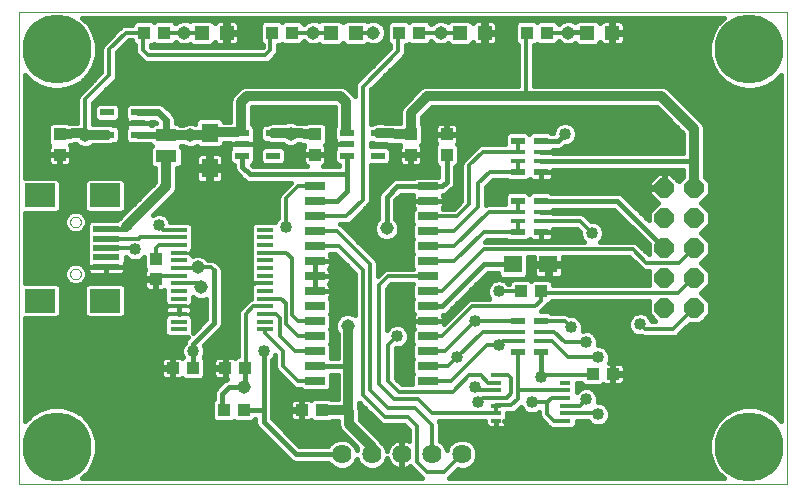
<source format=gtl>
G75*
G70*
%OFA0B0*%
%FSLAX24Y24*%
%IPPOS*%
%LPD*%
%AMOC8*
5,1,8,0,0,1.08239X$1,22.5*
%
%ADD10C,0.0000*%
%ADD11R,0.0394X0.0433*%
%ADD12R,0.0472X0.0472*%
%ADD13R,0.0433X0.0394*%
%ADD14R,0.0630X0.0551*%
%ADD15R,0.0550X0.0137*%
%ADD16R,0.0472X0.0217*%
%ADD17R,0.0701X0.0402*%
%ADD18R,0.0551X0.0630*%
%ADD19R,0.0354X0.0138*%
%ADD20C,0.0640*%
%ADD21OC8,0.0640*%
%ADD22R,0.0669X0.0256*%
%ADD23C,0.2300*%
%ADD24R,0.0984X0.0787*%
%ADD25R,0.0906X0.0197*%
%ADD26R,0.0453X0.0173*%
%ADD27R,0.0453X0.0248*%
%ADD28C,0.0160*%
%ADD29C,0.0120*%
%ADD30C,0.0100*%
%ADD31C,0.0450*%
%ADD32C,0.0400*%
%ADD33C,0.0320*%
%ADD34C,0.0200*%
%ADD35C,0.0240*%
D10*
X001532Y005594D02*
X027123Y005594D01*
X027123Y021342D01*
X001532Y021342D01*
X001532Y005594D01*
X003230Y012602D02*
X003232Y012628D01*
X003238Y012654D01*
X003248Y012679D01*
X003261Y012702D01*
X003277Y012722D01*
X003297Y012740D01*
X003319Y012755D01*
X003342Y012767D01*
X003368Y012775D01*
X003394Y012779D01*
X003420Y012779D01*
X003446Y012775D01*
X003472Y012767D01*
X003496Y012755D01*
X003517Y012740D01*
X003537Y012722D01*
X003553Y012702D01*
X003566Y012679D01*
X003576Y012654D01*
X003582Y012628D01*
X003584Y012602D01*
X003582Y012576D01*
X003576Y012550D01*
X003566Y012525D01*
X003553Y012502D01*
X003537Y012482D01*
X003517Y012464D01*
X003495Y012449D01*
X003472Y012437D01*
X003446Y012429D01*
X003420Y012425D01*
X003394Y012425D01*
X003368Y012429D01*
X003342Y012437D01*
X003318Y012449D01*
X003297Y012464D01*
X003277Y012482D01*
X003261Y012502D01*
X003248Y012525D01*
X003238Y012550D01*
X003232Y012576D01*
X003230Y012602D01*
X003230Y014334D02*
X003232Y014360D01*
X003238Y014386D01*
X003248Y014411D01*
X003261Y014434D01*
X003277Y014454D01*
X003297Y014472D01*
X003319Y014487D01*
X003342Y014499D01*
X003368Y014507D01*
X003394Y014511D01*
X003420Y014511D01*
X003446Y014507D01*
X003472Y014499D01*
X003496Y014487D01*
X003517Y014472D01*
X003537Y014454D01*
X003553Y014434D01*
X003566Y014411D01*
X003576Y014386D01*
X003582Y014360D01*
X003584Y014334D01*
X003582Y014308D01*
X003576Y014282D01*
X003566Y014257D01*
X003553Y014234D01*
X003537Y014214D01*
X003517Y014196D01*
X003495Y014181D01*
X003472Y014169D01*
X003446Y014161D01*
X003420Y014157D01*
X003394Y014157D01*
X003368Y014161D01*
X003342Y014169D01*
X003318Y014181D01*
X003297Y014196D01*
X003277Y014214D01*
X003261Y014234D01*
X003248Y014257D01*
X003238Y014282D01*
X003232Y014308D01*
X003230Y014334D01*
D11*
X006082Y013102D03*
X006082Y012433D03*
X008347Y008068D03*
X009017Y008068D03*
X018247Y012018D03*
X018917Y012018D03*
X015782Y016583D03*
X015782Y017252D03*
X014582Y017252D03*
X014582Y016583D03*
X011382Y016583D03*
X011382Y017252D03*
X010617Y020644D03*
X009947Y020644D03*
X006367Y020644D03*
X005697Y020644D03*
X002882Y017252D03*
X002882Y016583D03*
X014197Y020644D03*
X014867Y020644D03*
X018447Y020644D03*
X019117Y020644D03*
D12*
X020469Y020644D03*
X021295Y020644D03*
X017045Y020644D03*
X016219Y020644D03*
X012745Y020644D03*
X011919Y020644D03*
X008445Y020644D03*
X007619Y020644D03*
D13*
X007317Y009468D03*
X006647Y009468D03*
X008397Y009468D03*
X009067Y009468D03*
X010947Y008068D03*
X011617Y008068D03*
X020647Y009268D03*
X021317Y009268D03*
D14*
X019173Y012918D03*
X017991Y012918D03*
D15*
X009721Y012802D03*
X009721Y013057D03*
X009721Y013313D03*
X009721Y013569D03*
X009721Y013825D03*
X009721Y014081D03*
X009721Y012546D03*
X009721Y012290D03*
X009721Y012034D03*
X009721Y011778D03*
X009721Y011522D03*
X009721Y011266D03*
X009721Y011010D03*
X009721Y010754D03*
X006843Y010754D03*
X006843Y011010D03*
X006843Y011266D03*
X006843Y011522D03*
X006843Y011778D03*
X006843Y012034D03*
X006843Y012290D03*
X006843Y012546D03*
X006843Y012802D03*
X006843Y013057D03*
X006843Y013313D03*
X006843Y013569D03*
X006843Y013825D03*
X006843Y014081D03*
D16*
X008970Y016544D03*
X008970Y016918D03*
X008970Y017292D03*
X009994Y017292D03*
X009994Y016544D03*
X012470Y016544D03*
X012470Y016918D03*
X012470Y017292D03*
X013494Y017292D03*
X013494Y016544D03*
X005494Y017244D03*
X005494Y017618D03*
X005494Y017992D03*
X004470Y017992D03*
X004470Y017244D03*
D17*
X006432Y017218D03*
X006432Y016517D03*
D18*
X007882Y016127D03*
X007882Y017308D03*
D19*
X017430Y009235D03*
X017430Y008980D03*
X017430Y008724D03*
X017430Y008468D03*
X017430Y008212D03*
X017430Y007956D03*
X017430Y007700D03*
X019734Y007700D03*
X019734Y007956D03*
X019734Y008212D03*
X019734Y008468D03*
X019734Y008724D03*
X019734Y008980D03*
X019734Y009235D03*
D20*
X016282Y006594D03*
X015282Y006594D03*
X014282Y006594D03*
X013282Y006594D03*
X012282Y006594D03*
D21*
X023032Y011468D03*
X024032Y011468D03*
X024032Y012468D03*
X023032Y012468D03*
X023032Y013468D03*
X024032Y013468D03*
X024032Y014468D03*
X023032Y014468D03*
X023032Y015468D03*
X024032Y015468D03*
D22*
X015164Y015518D03*
X015164Y015018D03*
X015164Y014518D03*
X015164Y014018D03*
X015164Y013518D03*
X015164Y013018D03*
X015164Y012518D03*
X015164Y012018D03*
X015164Y011518D03*
X015164Y011018D03*
X015164Y010518D03*
X015164Y010018D03*
X015164Y009518D03*
X015164Y009018D03*
X011400Y009018D03*
X011400Y009518D03*
X011400Y010018D03*
X011400Y010518D03*
X011400Y011018D03*
X011400Y011518D03*
X011400Y012018D03*
X011400Y012518D03*
X011400Y013018D03*
X011400Y013518D03*
X011400Y014018D03*
X011400Y014518D03*
X011400Y015018D03*
X011400Y015518D03*
D23*
X002782Y020092D03*
X002782Y006844D03*
X025873Y006844D03*
X025873Y020092D03*
D24*
X004391Y015220D03*
X002226Y015220D03*
X002226Y011716D03*
X004391Y011716D03*
D25*
X004431Y012838D03*
X004431Y013153D03*
X004431Y013468D03*
X004431Y013783D03*
X004431Y014098D03*
D26*
X018148Y014360D03*
X018148Y014675D03*
X018916Y014675D03*
X018916Y014360D03*
X018916Y016360D03*
X018916Y016675D03*
X018148Y016675D03*
X018148Y016360D03*
X018148Y010675D03*
X018148Y010360D03*
X018916Y010360D03*
X018916Y010675D03*
D27*
X018916Y011028D03*
X018148Y011028D03*
X018148Y010008D03*
X018916Y010008D03*
X018916Y014008D03*
X018148Y014008D03*
X018148Y015028D03*
X018916Y015028D03*
X018916Y016008D03*
X018148Y016008D03*
X018148Y017028D03*
X018916Y017028D03*
D28*
X019492Y017028D01*
X019732Y017268D01*
X020039Y017009D02*
X023672Y017009D01*
X023672Y017167D02*
X020123Y017167D01*
X020132Y017188D02*
X020132Y017347D01*
X020071Y017494D01*
X019959Y017607D01*
X019812Y017668D01*
X019652Y017668D01*
X019505Y017607D01*
X019393Y017494D01*
X019332Y017347D01*
X019332Y017308D01*
X019269Y017308D01*
X019225Y017352D01*
X018607Y017352D01*
X018532Y017277D01*
X018457Y017352D01*
X017839Y017352D01*
X017722Y017234D01*
X017722Y016935D01*
X017041Y016935D01*
X016938Y016935D01*
X016842Y016896D01*
X016385Y016438D01*
X016312Y016365D01*
X016272Y016269D01*
X016272Y015025D01*
X016024Y014778D01*
X015649Y014778D01*
X015644Y014783D01*
X015666Y014820D01*
X015678Y014866D01*
X015678Y015017D01*
X015164Y015017D01*
X015164Y015018D01*
X015678Y015018D01*
X015678Y015169D01*
X015666Y015215D01*
X015653Y015238D01*
X015688Y015238D01*
X015791Y015280D01*
X015869Y015359D01*
X016019Y015509D01*
X016062Y015612D01*
X016062Y015723D01*
X016062Y016167D01*
X016179Y016284D01*
X016179Y016882D01*
X016128Y016934D01*
X016146Y016966D01*
X016159Y017012D01*
X016159Y017234D01*
X015801Y017234D01*
X015801Y017271D01*
X016159Y017271D01*
X016159Y017493D01*
X016146Y017538D01*
X016123Y017579D01*
X016089Y017613D01*
X016048Y017637D01*
X016003Y017649D01*
X015800Y017649D01*
X015800Y017271D01*
X015763Y017271D01*
X015763Y017234D01*
X015405Y017234D01*
X015405Y017012D01*
X015417Y016966D01*
X015436Y016934D01*
X015385Y016882D01*
X015385Y016284D01*
X015502Y016167D01*
X015502Y015846D01*
X014746Y015846D01*
X014698Y015798D01*
X014076Y015798D01*
X013973Y015755D01*
X013895Y015676D01*
X013545Y015326D01*
X013502Y015223D01*
X013502Y015112D01*
X013502Y014439D01*
X013422Y014358D01*
X013357Y014202D01*
X013357Y014033D01*
X013422Y013877D01*
X013541Y013757D01*
X013697Y013693D01*
X013866Y013693D01*
X014023Y013757D01*
X014142Y013877D01*
X014207Y014033D01*
X014207Y014202D01*
X014142Y014358D01*
X014062Y014439D01*
X014062Y015052D01*
X014248Y015238D01*
X014675Y015238D01*
X014661Y015215D01*
X014649Y015169D01*
X014649Y015018D01*
X015163Y015018D01*
X015163Y015017D01*
X014649Y015017D01*
X014649Y014866D01*
X014661Y014820D01*
X014683Y014783D01*
X014629Y014729D01*
X014629Y014307D01*
X014668Y014268D01*
X014629Y014229D01*
X014629Y013807D01*
X014668Y013768D01*
X014629Y013729D01*
X014629Y013307D01*
X014668Y013268D01*
X014629Y013229D01*
X014629Y012807D01*
X014658Y012778D01*
X013884Y012778D01*
X013780Y012778D01*
X013685Y012738D01*
X013492Y012545D01*
X013492Y012969D01*
X013452Y013065D01*
X013379Y013138D01*
X012352Y014165D01*
X012279Y014238D01*
X012232Y014258D01*
X012380Y014258D01*
X012484Y014258D01*
X012579Y014297D01*
X013129Y014847D01*
X013202Y014920D01*
X013242Y015016D01*
X013242Y016235D01*
X013813Y016235D01*
X013930Y016353D01*
X013930Y016735D01*
X013813Y016852D01*
X013242Y016852D01*
X013242Y016983D01*
X013302Y016983D01*
X013409Y016935D01*
X014233Y016905D01*
X014236Y016902D01*
X014217Y016869D01*
X014205Y016823D01*
X014205Y016601D01*
X014563Y016601D01*
X014563Y016565D01*
X014205Y016565D01*
X014205Y016343D01*
X014217Y016297D01*
X014241Y016256D01*
X014275Y016222D01*
X014316Y016199D01*
X014361Y016187D01*
X014563Y016187D01*
X014563Y016564D01*
X014600Y016564D01*
X014600Y016187D01*
X014803Y016187D01*
X014848Y016199D01*
X014889Y016222D01*
X014923Y016256D01*
X014946Y016297D01*
X014959Y016343D01*
X014959Y016565D01*
X014601Y016565D01*
X014601Y016601D01*
X014959Y016601D01*
X014959Y016823D01*
X014946Y016869D01*
X014928Y016902D01*
X014979Y016953D01*
X014979Y017552D01*
X014942Y017589D01*
X014942Y017819D01*
X015281Y018158D01*
X018860Y018158D01*
X022783Y018158D01*
X023672Y017269D01*
X023672Y016640D01*
X019322Y016640D01*
X019322Y016675D01*
X018916Y016675D01*
X018916Y016675D01*
X019322Y016675D01*
X019322Y016748D01*
X019436Y016748D01*
X019547Y016748D01*
X019650Y016790D01*
X019728Y016868D01*
X019812Y016868D01*
X019959Y016929D01*
X020071Y017041D01*
X020132Y017188D01*
X020132Y017326D02*
X023615Y017326D01*
X023456Y017484D02*
X020075Y017484D01*
X019871Y017643D02*
X023298Y017643D01*
X023139Y017802D02*
X014942Y017802D01*
X014942Y017643D02*
X015540Y017643D01*
X015561Y017649D02*
X015516Y017637D01*
X015475Y017613D01*
X015441Y017579D01*
X015417Y017538D01*
X015405Y017493D01*
X015405Y017271D01*
X015763Y017271D01*
X015763Y017649D01*
X015561Y017649D01*
X015763Y017643D02*
X015800Y017643D01*
X015800Y017484D02*
X015763Y017484D01*
X015763Y017326D02*
X015800Y017326D01*
X016159Y017326D02*
X017813Y017326D01*
X017722Y017167D02*
X016159Y017167D01*
X016158Y017009D02*
X017722Y017009D01*
X018483Y017326D02*
X018581Y017326D01*
X019251Y017326D02*
X019332Y017326D01*
X019389Y017484D02*
X016159Y017484D01*
X016024Y017643D02*
X019593Y017643D01*
X019710Y016850D02*
X023672Y016850D01*
X023672Y016692D02*
X019322Y016692D01*
X018916Y016360D02*
X023974Y016360D01*
X024032Y016418D01*
X024392Y016375D02*
X026923Y016375D01*
X026923Y016533D02*
X024392Y016533D01*
X024392Y016489D02*
X024392Y017489D01*
X024337Y017622D01*
X024236Y017723D01*
X023136Y018823D01*
X023004Y018878D01*
X022860Y018878D01*
X018860Y018878D01*
X018692Y018878D01*
X018692Y020227D01*
X018727Y020227D01*
X018782Y020282D01*
X018837Y020227D01*
X019396Y020227D01*
X019513Y020344D01*
X019513Y020361D01*
X019591Y020283D01*
X019747Y020219D01*
X019916Y020219D01*
X020073Y020283D01*
X020073Y020284D01*
X020149Y020207D01*
X020788Y020207D01*
X020901Y020321D01*
X020915Y020297D01*
X020949Y020263D01*
X020990Y020240D01*
X021035Y020227D01*
X021257Y020227D01*
X021257Y020605D01*
X021333Y020605D01*
X021333Y020227D01*
X021555Y020227D01*
X021601Y020240D01*
X021642Y020263D01*
X021676Y020297D01*
X021699Y020338D01*
X021712Y020384D01*
X021712Y020606D01*
X021334Y020606D01*
X021334Y020682D01*
X021712Y020682D01*
X021712Y020904D01*
X021699Y020949D01*
X021676Y020990D01*
X021642Y021024D01*
X021601Y021048D01*
X021555Y021060D01*
X021333Y021060D01*
X021333Y020682D01*
X021257Y020682D01*
X021257Y021060D01*
X021035Y021060D01*
X020990Y021048D01*
X020949Y021024D01*
X020915Y020990D01*
X020901Y020966D01*
X020788Y021080D01*
X020149Y021080D01*
X020073Y021004D01*
X019916Y021069D01*
X019747Y021069D01*
X019591Y021004D01*
X019513Y020926D01*
X019513Y020943D01*
X019396Y021060D01*
X018837Y021060D01*
X018782Y021005D01*
X018727Y021060D01*
X018168Y021060D01*
X018050Y020943D01*
X018050Y020344D01*
X018168Y020227D01*
X018172Y020227D01*
X018172Y018878D01*
X015204Y018878D01*
X015060Y018878D01*
X014928Y018823D01*
X014277Y018172D01*
X014222Y018039D01*
X014222Y017896D01*
X014222Y017626D01*
X013435Y017654D01*
X013301Y017604D01*
X013297Y017600D01*
X013242Y017600D01*
X013242Y018736D01*
X014378Y019872D01*
X014418Y019968D01*
X014418Y020071D01*
X014418Y020227D01*
X014477Y020227D01*
X014532Y020282D01*
X014587Y020227D01*
X015146Y020227D01*
X015263Y020344D01*
X015263Y020361D01*
X015341Y020283D01*
X015497Y020219D01*
X015666Y020219D01*
X015823Y020283D01*
X015823Y020284D01*
X015899Y020207D01*
X016538Y020207D01*
X016651Y020321D01*
X016665Y020297D01*
X016699Y020263D01*
X016740Y020240D01*
X016785Y020227D01*
X017007Y020227D01*
X017007Y020605D01*
X017083Y020605D01*
X017083Y020227D01*
X017305Y020227D01*
X017351Y020240D01*
X017392Y020263D01*
X017426Y020297D01*
X017449Y020338D01*
X017462Y020384D01*
X017462Y020606D01*
X017084Y020606D01*
X017084Y020682D01*
X017462Y020682D01*
X017462Y020904D01*
X017449Y020949D01*
X017426Y020990D01*
X017392Y021024D01*
X017351Y021048D01*
X017305Y021060D01*
X017083Y021060D01*
X017083Y020682D01*
X017007Y020682D01*
X017007Y021060D01*
X016785Y021060D01*
X016740Y021048D01*
X016699Y021024D01*
X016665Y020990D01*
X016651Y020966D01*
X016538Y021080D01*
X015899Y021080D01*
X015823Y021004D01*
X015666Y021069D01*
X015497Y021069D01*
X015341Y021004D01*
X015263Y020926D01*
X015263Y020943D01*
X015146Y021060D01*
X014587Y021060D01*
X014532Y021005D01*
X014477Y021060D01*
X013918Y021060D01*
X013800Y020943D01*
X013800Y020563D01*
X013800Y020561D01*
X013800Y020546D01*
X013800Y020344D01*
X013898Y020247D01*
X013898Y020127D01*
X012762Y018991D01*
X012722Y018895D01*
X012722Y018792D01*
X012722Y018537D01*
X012537Y018722D01*
X012436Y018823D01*
X012304Y018878D01*
X009060Y018878D01*
X008928Y018823D01*
X008827Y018722D01*
X008627Y018522D01*
X008572Y018389D01*
X008572Y018246D01*
X008572Y017678D01*
X008358Y017678D01*
X008358Y017706D01*
X008240Y017823D01*
X007524Y017823D01*
X007406Y017706D01*
X007406Y017605D01*
X007316Y017643D01*
X007147Y017643D01*
X006991Y017578D01*
X006906Y017578D01*
X006865Y017619D01*
X006752Y017619D01*
X006752Y017781D01*
X006703Y017899D01*
X006613Y017989D01*
X006339Y018263D01*
X006222Y018312D01*
X006094Y018312D01*
X005430Y018312D01*
X005402Y018300D01*
X005175Y018300D01*
X005058Y018183D01*
X005058Y017801D01*
X005084Y017774D01*
X005078Y017750D01*
X005078Y017618D01*
X005493Y017618D01*
X005493Y017617D01*
X005078Y017617D01*
X005078Y017486D01*
X005084Y017461D01*
X005058Y017435D01*
X005058Y017053D01*
X005175Y016935D01*
X005402Y016935D01*
X005430Y016924D01*
X005892Y016924D01*
X005948Y016868D01*
X005882Y016801D01*
X005882Y016234D01*
X005999Y016117D01*
X006072Y016117D01*
X006072Y015667D01*
X004801Y014396D01*
X003895Y014396D01*
X003784Y014285D01*
X003784Y014409D01*
X003727Y014547D01*
X003621Y014654D01*
X003482Y014711D01*
X003332Y014711D01*
X003193Y014654D01*
X003087Y014547D01*
X003030Y014409D01*
X003030Y014259D01*
X003087Y014120D01*
X003193Y014014D01*
X003332Y013957D01*
X003482Y013957D01*
X003621Y014014D01*
X003727Y014120D01*
X003778Y014244D01*
X003778Y013916D01*
X003778Y013601D01*
X003778Y013334D01*
X003778Y012971D01*
X003798Y012951D01*
X003798Y012838D01*
X004430Y012838D01*
X004430Y012838D01*
X003798Y012838D01*
X003798Y012716D01*
X003810Y012670D01*
X003834Y012629D01*
X003867Y012595D01*
X003908Y012572D01*
X003954Y012559D01*
X004430Y012559D01*
X004430Y012837D01*
X004431Y012837D01*
X004431Y012559D01*
X004907Y012559D01*
X004953Y012572D01*
X004994Y012595D01*
X005027Y012629D01*
X005051Y012670D01*
X005063Y012716D01*
X005063Y012838D01*
X005063Y012951D01*
X005083Y012971D01*
X005083Y013151D01*
X005155Y013079D01*
X005302Y013018D01*
X005462Y013018D01*
X005609Y013079D01*
X005685Y013155D01*
X005685Y012803D01*
X005736Y012752D01*
X005717Y012719D01*
X005705Y012673D01*
X005705Y012451D01*
X006063Y012451D01*
X006063Y012415D01*
X005705Y012415D01*
X005705Y012193D01*
X005717Y012147D01*
X005741Y012106D01*
X005775Y012072D01*
X005816Y012049D01*
X005861Y012037D01*
X006063Y012037D01*
X006063Y012414D01*
X006100Y012414D01*
X006100Y012037D01*
X006303Y012037D01*
X006348Y012049D01*
X006368Y012060D01*
X006368Y011882D01*
X006368Y011627D01*
X006388Y011607D01*
X006388Y011522D01*
X006388Y011430D01*
X006397Y011394D01*
X006388Y011358D01*
X006388Y011266D01*
X006388Y011182D01*
X006368Y011162D01*
X006368Y010859D01*
X006368Y010603D01*
X006485Y010486D01*
X007154Y010486D01*
X007095Y010426D01*
X007052Y010323D01*
X007052Y010303D01*
X006993Y010244D01*
X006932Y010097D01*
X006932Y009938D01*
X006979Y009826D01*
X006966Y009813D01*
X006933Y009832D01*
X006888Y009845D01*
X006666Y009845D01*
X006666Y009486D01*
X006629Y009486D01*
X006629Y009449D01*
X006666Y009449D01*
X006666Y009091D01*
X006888Y009091D01*
X006933Y009103D01*
X006966Y009122D01*
X007017Y009071D01*
X007616Y009071D01*
X007733Y009188D01*
X007733Y009747D01*
X007676Y009804D01*
X007732Y009938D01*
X007732Y010097D01*
X007681Y010221D01*
X008269Y010809D01*
X008312Y010912D01*
X008312Y011023D01*
X008312Y012773D01*
X008269Y012876D01*
X008191Y012955D01*
X008142Y012975D01*
X008079Y013038D01*
X007984Y013078D01*
X007880Y013078D01*
X007823Y013078D01*
X007723Y013178D01*
X007566Y013243D01*
X007397Y013243D01*
X007317Y013209D01*
X007298Y013229D01*
X007298Y013313D01*
X007213Y013313D01*
X007213Y013313D01*
X007213Y013314D01*
X007298Y013314D01*
X007298Y013398D01*
X007318Y013418D01*
X007318Y013674D01*
X007318Y013930D01*
X007318Y014232D01*
X007200Y014350D01*
X006560Y014350D01*
X006521Y014444D01*
X006409Y014557D01*
X006262Y014618D01*
X006102Y014618D01*
X005998Y014574D01*
X006737Y015314D01*
X006792Y015446D01*
X006792Y015589D01*
X006792Y016117D01*
X006865Y016117D01*
X006982Y016234D01*
X006982Y016801D01*
X006925Y016858D01*
X006991Y016858D01*
X006991Y016857D01*
X007147Y016793D01*
X007316Y016793D01*
X007463Y016854D01*
X007524Y016793D01*
X008240Y016793D01*
X008358Y016910D01*
X008358Y016958D01*
X008554Y016958D01*
X008554Y016918D01*
X008970Y016918D01*
X008970Y016917D01*
X008554Y016917D01*
X008554Y016786D01*
X008560Y016761D01*
X008534Y016735D01*
X008534Y016353D01*
X008651Y016235D01*
X008690Y016235D01*
X008690Y016124D01*
X008733Y016021D01*
X009073Y015680D01*
X009176Y015638D01*
X009288Y015638D01*
X010584Y015638D01*
X010212Y015265D01*
X010172Y015169D01*
X010172Y015066D01*
X010172Y014473D01*
X010093Y014394D01*
X010074Y014350D01*
X009363Y014350D01*
X009246Y014232D01*
X009246Y013930D01*
X009246Y013674D01*
X009246Y013418D01*
X009246Y013162D01*
X009246Y012906D01*
X009246Y012650D01*
X009246Y012394D01*
X009266Y012374D01*
X009266Y012290D01*
X009351Y012290D01*
X009351Y012290D01*
X009351Y012290D01*
X009266Y012290D01*
X009266Y012205D01*
X009246Y012185D01*
X009246Y011882D01*
X009246Y011766D01*
X009189Y011742D01*
X008862Y011415D01*
X008822Y011319D01*
X008822Y011216D01*
X008822Y009865D01*
X008767Y009865D01*
X008716Y009813D01*
X008683Y009832D01*
X008638Y009845D01*
X008416Y009845D01*
X008416Y009486D01*
X008379Y009486D01*
X008379Y009449D01*
X008416Y009449D01*
X008416Y009091D01*
X008460Y009091D01*
X008373Y009055D01*
X008071Y008752D01*
X008028Y008649D01*
X008028Y008538D01*
X008028Y008445D01*
X007950Y008367D01*
X007950Y007768D01*
X008068Y007651D01*
X008627Y007651D01*
X008682Y007706D01*
X008737Y007651D01*
X009296Y007651D01*
X009402Y007757D01*
X009402Y007723D01*
X009402Y007612D01*
X009445Y007509D01*
X010597Y006356D01*
X010700Y006314D01*
X010812Y006314D01*
X011835Y006314D01*
X011841Y006299D01*
X011987Y006153D01*
X012179Y006074D01*
X012385Y006074D01*
X012576Y006153D01*
X012723Y006299D01*
X012782Y006442D01*
X012841Y006299D01*
X012987Y006153D01*
X013179Y006074D01*
X013385Y006074D01*
X013576Y006153D01*
X013723Y006299D01*
X013795Y006474D01*
X013819Y006402D01*
X013854Y006332D01*
X013901Y006268D01*
X013956Y006212D01*
X014020Y006166D01*
X014090Y006130D01*
X014165Y006106D01*
X014243Y006094D01*
X014262Y006094D01*
X014262Y006573D01*
X014302Y006573D01*
X014302Y006094D01*
X014321Y006094D01*
X014399Y006106D01*
X014474Y006130D01*
X014544Y006166D01*
X014572Y006186D01*
X014635Y006123D01*
X014912Y005846D01*
X014964Y005794D01*
X003641Y005794D01*
X003862Y006015D01*
X004040Y006323D01*
X004132Y006666D01*
X004132Y007021D01*
X009933Y007021D01*
X009775Y007179D02*
X004090Y007179D01*
X004132Y007021D02*
X004040Y007365D01*
X003862Y007673D01*
X003611Y007924D01*
X003303Y008102D01*
X002960Y008194D01*
X002604Y008194D01*
X002261Y008102D01*
X001953Y007924D01*
X001732Y007703D01*
X001732Y011122D01*
X002801Y011122D01*
X002918Y011239D01*
X002918Y012192D01*
X002801Y012309D01*
X001732Y012309D01*
X001732Y014626D01*
X002801Y014626D01*
X002918Y014743D01*
X002918Y015696D01*
X002801Y015813D01*
X001732Y015813D01*
X001732Y019233D01*
X001953Y019011D01*
X002261Y018834D01*
X002604Y018742D01*
X002960Y018742D01*
X003303Y018834D01*
X003611Y019011D01*
X003862Y019263D01*
X004040Y019571D01*
X004132Y019914D01*
X004132Y020269D01*
X004040Y020613D01*
X003862Y020921D01*
X003641Y021142D01*
X025013Y021142D01*
X024792Y020921D01*
X024615Y020613D01*
X024523Y020269D01*
X024523Y019914D01*
X024615Y019571D01*
X024792Y019263D01*
X025044Y019011D01*
X025351Y018834D01*
X025695Y018742D01*
X026050Y018742D01*
X026394Y018834D01*
X026701Y019011D01*
X026923Y019233D01*
X026923Y007703D01*
X026701Y007924D01*
X026394Y008102D01*
X026050Y008194D01*
X025695Y008194D01*
X025351Y008102D01*
X025044Y007924D01*
X024792Y007673D01*
X024615Y007365D01*
X024523Y007021D01*
X016590Y007021D01*
X016576Y007034D02*
X016385Y007114D01*
X016179Y007114D01*
X015987Y007034D01*
X015841Y006888D01*
X015782Y006745D01*
X015723Y006888D01*
X015576Y007034D01*
X015542Y007049D01*
X015542Y007619D01*
X015510Y007696D01*
X017073Y007696D01*
X017073Y007607D01*
X017086Y007562D01*
X017109Y007521D01*
X017143Y007487D01*
X017184Y007463D01*
X017229Y007451D01*
X017430Y007451D01*
X017430Y007687D01*
X017431Y007687D01*
X017431Y007451D01*
X017631Y007451D01*
X017677Y007463D01*
X017718Y007487D01*
X017752Y007521D01*
X017775Y007562D01*
X017788Y007607D01*
X017788Y007700D01*
X017788Y007784D01*
X017808Y007804D01*
X017808Y007958D01*
X017984Y007958D01*
X018079Y007997D01*
X018152Y008070D01*
X018258Y008176D01*
X018293Y008091D01*
X018405Y007979D01*
X018552Y007918D01*
X018712Y007918D01*
X018859Y007979D01*
X018872Y007992D01*
X018872Y007866D01*
X018912Y007770D01*
X018985Y007697D01*
X019202Y007480D01*
X019298Y007440D01*
X019401Y007440D01*
X019465Y007440D01*
X019474Y007431D01*
X019994Y007431D01*
X020111Y007548D01*
X020111Y007696D01*
X020491Y007696D01*
X020493Y007691D01*
X020605Y007579D01*
X020752Y007518D01*
X020912Y007518D01*
X021059Y007579D01*
X021171Y007691D01*
X021232Y007838D01*
X021232Y007997D01*
X021171Y008144D01*
X021059Y008257D01*
X020912Y008318D01*
X020823Y008318D01*
X020832Y008338D01*
X020832Y008497D01*
X020771Y008644D01*
X020659Y008757D01*
X020512Y008818D01*
X020352Y008818D01*
X020205Y008757D01*
X020111Y008662D01*
X020111Y008828D01*
X020111Y008975D01*
X020243Y008975D01*
X020348Y008871D01*
X020947Y008871D01*
X020998Y008922D01*
X021031Y008903D01*
X021076Y008891D01*
X021298Y008891D01*
X021298Y009249D01*
X021335Y009249D01*
X021335Y008891D01*
X021557Y008891D01*
X021603Y008903D01*
X021644Y008927D01*
X021677Y008960D01*
X021701Y009001D01*
X021713Y009047D01*
X021713Y009249D01*
X021335Y009249D01*
X021335Y009286D01*
X021713Y009286D01*
X021713Y009488D01*
X021701Y009534D01*
X021677Y009575D01*
X021644Y009609D01*
X021603Y009632D01*
X021557Y009645D01*
X021335Y009645D01*
X021335Y009286D01*
X021298Y009286D01*
X021298Y009645D01*
X021193Y009645D01*
X021232Y009738D01*
X021232Y009897D01*
X021171Y010044D01*
X021059Y010157D01*
X020912Y010218D01*
X020823Y010218D01*
X020832Y010238D01*
X020832Y010397D01*
X020771Y010544D01*
X020659Y010657D01*
X020512Y010718D01*
X020352Y010718D01*
X020317Y010703D01*
X020332Y010738D01*
X020332Y010897D01*
X020271Y011044D01*
X020159Y011157D01*
X020012Y011218D01*
X019900Y011218D01*
X019869Y011248D01*
X019774Y011288D01*
X019670Y011288D01*
X019289Y011288D01*
X019225Y011352D01*
X018933Y011352D01*
X019137Y011555D01*
X019156Y011601D01*
X019196Y011601D01*
X019303Y011708D01*
X022537Y011708D01*
X022512Y011683D01*
X022512Y011252D01*
X022737Y011028D01*
X022619Y011028D01*
X022571Y011144D01*
X022459Y011257D01*
X022312Y011318D01*
X022152Y011318D01*
X022005Y011257D01*
X021893Y011144D01*
X021832Y010997D01*
X021832Y010838D01*
X021893Y010691D01*
X022005Y010579D01*
X022152Y010518D01*
X022306Y010518D01*
X022330Y010508D01*
X022434Y010508D01*
X023384Y010508D01*
X023479Y010547D01*
X023552Y010620D01*
X023880Y010948D01*
X024247Y010948D01*
X024552Y011252D01*
X024552Y011683D01*
X024267Y011968D01*
X024552Y012252D01*
X024552Y012683D01*
X024267Y012968D01*
X024552Y013252D01*
X024552Y013683D01*
X024267Y013968D01*
X024552Y014252D01*
X024552Y014683D01*
X024267Y014968D01*
X024552Y015252D01*
X024552Y015683D01*
X024392Y015843D01*
X024392Y016489D01*
X024392Y016692D02*
X026923Y016692D01*
X026923Y016850D02*
X024392Y016850D01*
X024392Y017009D02*
X026923Y017009D01*
X026923Y017167D02*
X024392Y017167D01*
X024392Y017326D02*
X026923Y017326D01*
X026923Y017484D02*
X024392Y017484D01*
X024316Y017643D02*
X026923Y017643D01*
X026923Y017802D02*
X024157Y017802D01*
X023999Y017960D02*
X026923Y017960D01*
X026923Y018119D02*
X023840Y018119D01*
X023682Y018277D02*
X026923Y018277D01*
X026923Y018436D02*
X023523Y018436D01*
X023364Y018594D02*
X026923Y018594D01*
X026923Y018753D02*
X026091Y018753D01*
X026528Y018911D02*
X026923Y018911D01*
X026923Y019070D02*
X026760Y019070D01*
X026918Y019228D02*
X026923Y019228D01*
X025653Y018753D02*
X023206Y018753D01*
X022822Y018119D02*
X015242Y018119D01*
X015083Y017960D02*
X022980Y017960D01*
X024827Y019228D02*
X018692Y019228D01*
X018692Y019070D02*
X024985Y019070D01*
X025217Y018911D02*
X018692Y018911D01*
X018172Y018911D02*
X013417Y018911D01*
X013259Y018753D02*
X014858Y018753D01*
X014699Y018594D02*
X013242Y018594D01*
X013242Y018436D02*
X014541Y018436D01*
X014382Y018277D02*
X013242Y018277D01*
X013242Y018119D02*
X014255Y018119D01*
X014222Y017960D02*
X013242Y017960D01*
X013242Y017802D02*
X014222Y017802D01*
X014222Y017643D02*
X013741Y017643D01*
X013406Y017643D02*
X013242Y017643D01*
X012470Y016918D02*
X012054Y016918D01*
X012054Y017050D01*
X012060Y017074D01*
X012034Y017101D01*
X012034Y017483D01*
X012072Y017521D01*
X012072Y018158D01*
X009292Y018158D01*
X009292Y017597D01*
X009406Y017483D01*
X009406Y017101D01*
X009380Y017074D01*
X009386Y017050D01*
X009386Y016918D01*
X008971Y016918D01*
X008971Y016917D01*
X009386Y016917D01*
X009386Y016786D01*
X009380Y016761D01*
X009406Y016735D01*
X009406Y016353D01*
X009300Y016246D01*
X009348Y016198D01*
X011120Y016198D01*
X011116Y016199D01*
X011075Y016222D01*
X011041Y016256D01*
X011017Y016297D01*
X011005Y016343D01*
X011005Y016565D01*
X011363Y016565D01*
X011363Y016601D01*
X011005Y016601D01*
X011005Y016823D01*
X011017Y016869D01*
X011036Y016902D01*
X011028Y016910D01*
X010835Y016920D01*
X010823Y016907D01*
X010666Y016843D01*
X010497Y016843D01*
X010341Y016907D01*
X010317Y016932D01*
X009922Y016932D01*
X009797Y016983D01*
X009675Y016983D01*
X009558Y017101D01*
X009558Y017483D01*
X009675Y017600D01*
X009797Y017600D01*
X009922Y017652D01*
X010398Y017652D01*
X010497Y017693D01*
X010666Y017693D01*
X010786Y017643D01*
X011076Y017643D01*
X011062Y017629D02*
X010786Y017643D01*
X011062Y017629D02*
X011102Y017669D01*
X011662Y017669D01*
X011779Y017552D01*
X011779Y016953D01*
X011728Y016902D01*
X011746Y016869D01*
X011759Y016823D01*
X011759Y016601D01*
X011401Y016601D01*
X011401Y016565D01*
X011759Y016565D01*
X011759Y016343D01*
X011746Y016297D01*
X011723Y016256D01*
X011689Y016222D01*
X011648Y016199D01*
X011644Y016198D01*
X012190Y016198D01*
X012190Y016235D01*
X012151Y016235D01*
X012034Y016353D01*
X012034Y016735D01*
X012060Y016761D01*
X012054Y016786D01*
X012054Y016917D01*
X012470Y016917D01*
X012470Y016918D01*
X012054Y016850D02*
X011752Y016850D01*
X011759Y016692D02*
X012034Y016692D01*
X012034Y016533D02*
X011759Y016533D01*
X011759Y016375D02*
X012034Y016375D01*
X012190Y016216D02*
X011678Y016216D01*
X011086Y016216D02*
X009329Y016216D01*
X009406Y016375D02*
X009558Y016375D01*
X009558Y016353D02*
X009675Y016235D01*
X010313Y016235D01*
X010430Y016353D01*
X010430Y016735D01*
X010313Y016852D01*
X009675Y016852D01*
X009558Y016735D01*
X009558Y016353D01*
X009558Y016533D02*
X009406Y016533D01*
X009406Y016692D02*
X009558Y016692D01*
X009673Y016850D02*
X009386Y016850D01*
X009386Y017009D02*
X009649Y017009D01*
X009558Y017167D02*
X009406Y017167D01*
X009406Y017326D02*
X009558Y017326D01*
X009559Y017484D02*
X009405Y017484D01*
X009292Y017643D02*
X009901Y017643D01*
X009292Y017802D02*
X012072Y017802D01*
X012072Y017960D02*
X009292Y017960D01*
X009292Y018119D02*
X012072Y018119D01*
X012072Y017643D02*
X011688Y017643D01*
X011779Y017484D02*
X012036Y017484D01*
X012034Y017326D02*
X011779Y017326D01*
X011779Y017167D02*
X012034Y017167D01*
X012054Y017009D02*
X011779Y017009D01*
X011012Y016850D02*
X010685Y016850D01*
X010479Y016850D02*
X010315Y016850D01*
X010430Y016692D02*
X011005Y016692D01*
X011005Y016533D02*
X010430Y016533D01*
X010430Y016375D02*
X011005Y016375D01*
X010529Y015582D02*
X006792Y015582D01*
X006792Y015740D02*
X007440Y015740D01*
X007439Y015743D02*
X007462Y015702D01*
X007496Y015668D01*
X007537Y015644D01*
X007583Y015632D01*
X007824Y015632D01*
X007824Y016069D01*
X007940Y016069D01*
X007940Y015632D01*
X008181Y015632D01*
X008227Y015644D01*
X008268Y015668D01*
X008302Y015702D01*
X008325Y015743D01*
X008338Y015788D01*
X008338Y016069D01*
X007940Y016069D01*
X007940Y016185D01*
X008338Y016185D01*
X008338Y016466D01*
X008325Y016512D01*
X008302Y016553D01*
X008268Y016586D01*
X008227Y016610D01*
X008181Y016622D01*
X007940Y016622D01*
X007940Y016185D01*
X007824Y016185D01*
X007824Y016069D01*
X007426Y016069D01*
X007426Y015788D01*
X007439Y015743D01*
X007426Y015899D02*
X006792Y015899D01*
X006792Y016058D02*
X007426Y016058D01*
X007426Y016185D02*
X007426Y016466D01*
X007439Y016512D01*
X007462Y016553D01*
X007496Y016586D01*
X007537Y016610D01*
X007583Y016622D01*
X007824Y016622D01*
X007824Y016185D01*
X007426Y016185D01*
X007426Y016216D02*
X006965Y016216D01*
X006982Y016375D02*
X007426Y016375D01*
X007451Y016533D02*
X006982Y016533D01*
X006982Y016692D02*
X008534Y016692D01*
X008534Y016533D02*
X008313Y016533D01*
X008338Y016375D02*
X008534Y016375D01*
X008690Y016235D02*
X008690Y016235D01*
X008690Y016216D02*
X008338Y016216D01*
X008338Y016058D02*
X008718Y016058D01*
X008855Y015899D02*
X008338Y015899D01*
X008324Y015740D02*
X009013Y015740D01*
X009232Y015918D02*
X012470Y015918D01*
X012470Y016544D01*
X013242Y016216D02*
X014286Y016216D01*
X014205Y016375D02*
X013930Y016375D01*
X013930Y016533D02*
X014205Y016533D01*
X014205Y016692D02*
X013930Y016692D01*
X013815Y016850D02*
X014212Y016850D01*
X014563Y016533D02*
X014600Y016533D01*
X014600Y016375D02*
X014563Y016375D01*
X014563Y016216D02*
X014600Y016216D01*
X014878Y016216D02*
X015453Y016216D01*
X015502Y016058D02*
X013242Y016058D01*
X013242Y015899D02*
X015502Y015899D01*
X015782Y015668D02*
X015632Y015518D01*
X015164Y015518D01*
X014132Y015518D01*
X013782Y015168D01*
X013782Y014118D01*
X014161Y014314D02*
X014629Y014314D01*
X014629Y014472D02*
X014062Y014472D01*
X014062Y014631D02*
X014629Y014631D01*
X014679Y014789D02*
X014062Y014789D01*
X014062Y014948D02*
X014649Y014948D01*
X014649Y015106D02*
X014116Y015106D01*
X013642Y015423D02*
X013242Y015423D01*
X013242Y015265D02*
X013519Y015265D01*
X013502Y015106D02*
X013242Y015106D01*
X013214Y014948D02*
X013502Y014948D01*
X013502Y014789D02*
X013071Y014789D01*
X012913Y014631D02*
X013502Y014631D01*
X013502Y014472D02*
X012754Y014472D01*
X012596Y014314D02*
X013403Y014314D01*
X013357Y014155D02*
X012362Y014155D01*
X012352Y014165D02*
X012352Y014165D01*
X012521Y013996D02*
X013372Y013996D01*
X013461Y013838D02*
X012679Y013838D01*
X012838Y013679D02*
X014629Y013679D01*
X014629Y013521D02*
X012996Y013521D01*
X013155Y013362D02*
X014629Y013362D01*
X014629Y013204D02*
X013314Y013204D01*
X013379Y013138D02*
X013379Y013138D01*
X013461Y013045D02*
X014629Y013045D01*
X014629Y012887D02*
X013492Y012887D01*
X013492Y012728D02*
X013675Y012728D01*
X013516Y012570D02*
X013492Y012570D01*
X013934Y012253D02*
X014653Y012253D01*
X014658Y012258D02*
X014629Y012229D01*
X014629Y011807D01*
X014668Y011768D01*
X014629Y011729D01*
X014629Y011307D01*
X014683Y011253D01*
X014661Y011215D01*
X014649Y011169D01*
X014649Y011018D01*
X015163Y011018D01*
X015163Y011017D01*
X014649Y011017D01*
X014649Y010866D01*
X014661Y010820D01*
X014683Y010783D01*
X014629Y010729D01*
X014629Y010307D01*
X014668Y010268D01*
X014629Y010229D01*
X014629Y009807D01*
X014668Y009768D01*
X014629Y009729D01*
X014629Y009307D01*
X014668Y009268D01*
X014629Y009229D01*
X014629Y008928D01*
X014290Y008928D01*
X014092Y009125D01*
X014092Y010110D01*
X014100Y010118D01*
X014212Y010118D01*
X014359Y010179D01*
X014471Y010291D01*
X014532Y010438D01*
X014532Y010597D01*
X014471Y010744D01*
X014359Y010857D01*
X014212Y010918D01*
X014052Y010918D01*
X013905Y010857D01*
X013793Y010744D01*
X013792Y010742D01*
X013792Y012110D01*
X013940Y012258D01*
X014658Y012258D01*
X014629Y012094D02*
X013792Y012094D01*
X013792Y011935D02*
X014629Y011935D01*
X014659Y011777D02*
X013792Y011777D01*
X013792Y011618D02*
X014629Y011618D01*
X014629Y011460D02*
X013792Y011460D01*
X013792Y011301D02*
X014635Y011301D01*
X014649Y011143D02*
X013792Y011143D01*
X013792Y010984D02*
X014649Y010984D01*
X014660Y010826D02*
X014390Y010826D01*
X014503Y010667D02*
X014629Y010667D01*
X014629Y010509D02*
X014532Y010509D01*
X014495Y010350D02*
X014629Y010350D01*
X014629Y010191D02*
X014371Y010191D01*
X014629Y010033D02*
X014092Y010033D01*
X014092Y009874D02*
X014629Y009874D01*
X014629Y009716D02*
X014092Y009716D01*
X014092Y009557D02*
X014629Y009557D01*
X014629Y009399D02*
X014092Y009399D01*
X014092Y009240D02*
X014641Y009240D01*
X014629Y009082D02*
X014136Y009082D01*
X012893Y008289D02*
X012868Y008289D01*
X012868Y008314D02*
X013512Y007670D01*
X013585Y007597D01*
X013680Y007558D01*
X014374Y007558D01*
X014522Y007410D01*
X014522Y007033D01*
X014474Y007057D01*
X014399Y007081D01*
X014321Y007094D01*
X014302Y007094D01*
X014302Y006614D01*
X014262Y006614D01*
X014262Y007094D01*
X014243Y007094D01*
X014165Y007081D01*
X014090Y007057D01*
X014020Y007021D01*
X013956Y006975D01*
X013901Y006919D01*
X013854Y006856D01*
X013819Y006786D01*
X013795Y006713D01*
X013723Y006888D01*
X013604Y007007D01*
X013587Y007048D01*
X012892Y007743D01*
X012892Y008063D01*
X012868Y008121D01*
X012868Y008314D01*
X012868Y008130D02*
X013052Y008130D01*
X013210Y007972D02*
X012892Y007972D01*
X012892Y007813D02*
X013369Y007813D01*
X013527Y007655D02*
X012980Y007655D01*
X013139Y007496D02*
X014436Y007496D01*
X014522Y007338D02*
X013297Y007338D01*
X013456Y007179D02*
X014522Y007179D01*
X014302Y007021D02*
X014262Y007021D01*
X014262Y006862D02*
X014302Y006862D01*
X014302Y006704D02*
X014262Y006704D01*
X014262Y006545D02*
X014302Y006545D01*
X014302Y006386D02*
X014262Y006386D01*
X014262Y006228D02*
X014302Y006228D01*
X014635Y006123D02*
X014635Y006123D01*
X014689Y006069D02*
X003894Y006069D01*
X003985Y006228D02*
X011912Y006228D01*
X012282Y006594D02*
X010756Y006594D01*
X009682Y007668D01*
X009682Y008068D01*
X009017Y008068D01*
X009682Y008068D02*
X009682Y010018D01*
X009962Y009732D02*
X010021Y009791D01*
X010071Y009911D01*
X010072Y009910D01*
X010072Y009569D01*
X010072Y009466D01*
X010112Y009370D01*
X010612Y008870D01*
X010685Y008797D01*
X010780Y008758D01*
X010915Y008758D01*
X010983Y008690D01*
X011818Y008690D01*
X011935Y008807D01*
X011935Y009229D01*
X011925Y009238D01*
X012148Y009238D01*
X012148Y008428D01*
X011953Y008428D01*
X011916Y008465D01*
X011317Y008465D01*
X011266Y008413D01*
X011233Y008432D01*
X011188Y008445D01*
X010966Y008445D01*
X010966Y008086D01*
X010929Y008086D01*
X010929Y008049D01*
X010966Y008049D01*
X010966Y007691D01*
X011188Y007691D01*
X011233Y007703D01*
X011266Y007722D01*
X011317Y007671D01*
X011916Y007671D01*
X011953Y007708D01*
X012172Y007708D01*
X012172Y007522D01*
X012227Y007390D01*
X012328Y007289D01*
X012808Y006808D01*
X012782Y006745D01*
X012723Y006888D01*
X012576Y007034D01*
X012385Y007114D01*
X012179Y007114D01*
X011987Y007034D01*
X011841Y006888D01*
X011835Y006874D01*
X010872Y006874D01*
X009962Y007784D01*
X009962Y008012D01*
X009962Y008123D01*
X009962Y009732D01*
X009962Y009716D02*
X010072Y009716D01*
X010056Y009874D02*
X010072Y009874D01*
X010072Y009557D02*
X009962Y009557D01*
X009962Y009399D02*
X010100Y009399D01*
X009962Y009240D02*
X010242Y009240D01*
X010400Y009082D02*
X009962Y009082D01*
X009962Y008923D02*
X010559Y008923D01*
X010764Y008765D02*
X009962Y008765D01*
X009962Y008606D02*
X012148Y008606D01*
X012148Y008447D02*
X011933Y008447D01*
X011892Y008765D02*
X012148Y008765D01*
X012148Y008923D02*
X011935Y008923D01*
X011935Y009082D02*
X012148Y009082D01*
X012508Y009518D02*
X011400Y009518D01*
X011925Y009798D02*
X011935Y009807D01*
X011935Y010229D01*
X011895Y010268D01*
X011935Y010307D01*
X011935Y010729D01*
X011895Y010768D01*
X011935Y010807D01*
X011935Y011229D01*
X011895Y011268D01*
X011935Y011307D01*
X011935Y011729D01*
X011881Y011783D01*
X011902Y011820D01*
X011915Y011866D01*
X011915Y012017D01*
X011400Y012017D01*
X011400Y012018D01*
X011400Y012326D01*
X011400Y012517D01*
X011400Y012517D01*
X011400Y012326D01*
X011400Y012018D01*
X011400Y012018D01*
X011915Y012018D01*
X011915Y012169D01*
X011902Y012215D01*
X011879Y012256D01*
X011867Y012268D01*
X011879Y012279D01*
X011902Y012320D01*
X011915Y012366D01*
X011915Y012517D01*
X011400Y012517D01*
X011400Y012518D01*
X011400Y012826D01*
X011400Y013017D01*
X011400Y013017D01*
X011400Y012826D01*
X011400Y012518D01*
X011400Y012518D01*
X011915Y012518D01*
X011915Y012669D01*
X011902Y012715D01*
X011879Y012756D01*
X011867Y012768D01*
X011879Y012779D01*
X011902Y012820D01*
X011915Y012866D01*
X011915Y013017D01*
X011400Y013017D01*
X011400Y013018D01*
X011915Y013018D01*
X011915Y013169D01*
X011902Y013215D01*
X011881Y013253D01*
X011886Y013258D01*
X012074Y013258D01*
X012722Y012610D01*
X012722Y011228D01*
X012566Y011293D01*
X012397Y011293D01*
X012241Y011228D01*
X012122Y011108D01*
X012057Y010952D01*
X012057Y010783D01*
X012122Y010627D01*
X012148Y010601D01*
X012148Y009798D01*
X011925Y009798D01*
X011935Y009874D02*
X012148Y009874D01*
X012148Y010033D02*
X011935Y010033D01*
X011935Y010191D02*
X012148Y010191D01*
X012148Y010350D02*
X011935Y010350D01*
X011935Y010509D02*
X012148Y010509D01*
X012105Y010667D02*
X011935Y010667D01*
X011935Y010826D02*
X012057Y010826D01*
X012070Y010984D02*
X011935Y010984D01*
X011935Y011143D02*
X012156Y011143D01*
X011929Y011301D02*
X012722Y011301D01*
X012722Y011460D02*
X011935Y011460D01*
X011935Y011618D02*
X012722Y011618D01*
X012722Y011777D02*
X011886Y011777D01*
X011915Y011935D02*
X012722Y011935D01*
X012722Y012094D02*
X011915Y012094D01*
X011881Y012253D02*
X012722Y012253D01*
X012722Y012411D02*
X011915Y012411D01*
X011915Y012570D02*
X012722Y012570D01*
X012604Y012728D02*
X011895Y012728D01*
X011915Y012887D02*
X012445Y012887D01*
X012287Y013045D02*
X011915Y013045D01*
X011905Y013204D02*
X012128Y013204D01*
X011400Y012887D02*
X011400Y012887D01*
X011400Y012728D02*
X011400Y012728D01*
X011400Y012570D02*
X011400Y012570D01*
X011400Y012411D02*
X011400Y012411D01*
X011400Y012253D02*
X011400Y012253D01*
X011400Y012094D02*
X011400Y012094D01*
X009266Y012253D02*
X008312Y012253D01*
X008312Y012411D02*
X009246Y012411D01*
X009246Y012570D02*
X008312Y012570D01*
X008312Y012728D02*
X009246Y012728D01*
X009246Y012887D02*
X008259Y012887D01*
X008062Y013045D02*
X009246Y013045D01*
X009246Y013204D02*
X007660Y013204D01*
X007298Y013362D02*
X009246Y013362D01*
X009246Y013521D02*
X007318Y013521D01*
X007318Y013679D02*
X009246Y013679D01*
X009246Y013838D02*
X007318Y013838D01*
X007318Y013996D02*
X009246Y013996D01*
X009246Y014155D02*
X007318Y014155D01*
X007236Y014314D02*
X009327Y014314D01*
X010171Y014472D02*
X006493Y014472D01*
X006054Y014631D02*
X010172Y014631D01*
X010172Y014789D02*
X006213Y014789D01*
X006371Y014948D02*
X010172Y014948D01*
X010172Y015106D02*
X006530Y015106D01*
X006688Y015265D02*
X010211Y015265D01*
X010370Y015423D02*
X006783Y015423D01*
X006072Y015740D02*
X005039Y015740D01*
X005083Y015696D02*
X004966Y015813D01*
X003816Y015813D01*
X003699Y015696D01*
X003699Y014743D01*
X003816Y014626D01*
X004966Y014626D01*
X005083Y014743D01*
X005083Y015696D01*
X005083Y015582D02*
X005987Y015582D01*
X005829Y015423D02*
X005083Y015423D01*
X005083Y015265D02*
X005670Y015265D01*
X005511Y015106D02*
X005083Y015106D01*
X005083Y014948D02*
X005353Y014948D01*
X005194Y014789D02*
X005083Y014789D01*
X005036Y014631D02*
X004971Y014631D01*
X004877Y014472D02*
X003758Y014472D01*
X003784Y014314D02*
X003813Y014314D01*
X003778Y014155D02*
X003741Y014155D01*
X003778Y013996D02*
X003578Y013996D01*
X003778Y013838D02*
X001732Y013838D01*
X001732Y013996D02*
X003236Y013996D01*
X003073Y014155D02*
X001732Y014155D01*
X001732Y014314D02*
X003030Y014314D01*
X003056Y014472D02*
X001732Y014472D01*
X002806Y014631D02*
X003170Y014631D01*
X002918Y014789D02*
X003699Y014789D01*
X003699Y014948D02*
X002918Y014948D01*
X002918Y015106D02*
X003699Y015106D01*
X003699Y015265D02*
X002918Y015265D01*
X002918Y015423D02*
X003699Y015423D01*
X003699Y015582D02*
X002918Y015582D01*
X002874Y015740D02*
X003743Y015740D01*
X003223Y016256D02*
X003246Y016297D01*
X003259Y016343D01*
X003259Y016565D01*
X002901Y016565D01*
X002901Y016601D01*
X003259Y016601D01*
X003259Y016823D01*
X003246Y016869D01*
X003228Y016902D01*
X003236Y016910D01*
X003429Y016920D01*
X003491Y016857D01*
X003647Y016793D01*
X003816Y016793D01*
X003973Y016857D01*
X003999Y016884D01*
X004542Y016884D01*
X004667Y016935D01*
X004789Y016935D01*
X004906Y017053D01*
X004906Y017435D01*
X004789Y017552D01*
X004667Y017552D01*
X004542Y017604D01*
X003992Y017604D01*
X003992Y018310D01*
X004752Y019070D01*
X012840Y019070D01*
X012729Y018911D02*
X004593Y018911D01*
X004435Y018753D02*
X008858Y018753D01*
X008699Y018594D02*
X004276Y018594D01*
X004118Y018436D02*
X008591Y018436D01*
X008572Y018277D02*
X006305Y018277D01*
X006484Y018119D02*
X008572Y018119D01*
X008572Y017960D02*
X006642Y017960D01*
X006744Y017802D02*
X007502Y017802D01*
X007406Y017643D02*
X006752Y017643D01*
X006078Y017619D02*
X005999Y017619D01*
X005944Y017564D01*
X005910Y017564D01*
X005910Y017617D01*
X005494Y017617D01*
X005494Y017618D01*
X005910Y017618D01*
X005910Y017672D01*
X006025Y017672D01*
X006078Y017619D01*
X006054Y017643D02*
X005910Y017643D01*
X005078Y017643D02*
X003992Y017643D01*
X003992Y017802D02*
X004034Y017802D01*
X004034Y017801D02*
X004151Y017683D01*
X004789Y017683D01*
X004906Y017801D01*
X004906Y018183D01*
X004789Y018300D01*
X004151Y018300D01*
X004034Y018183D01*
X004034Y017801D01*
X004034Y017960D02*
X003992Y017960D01*
X003992Y018119D02*
X004034Y018119D01*
X003992Y018277D02*
X004128Y018277D01*
X004812Y018277D02*
X005152Y018277D01*
X005058Y018119D02*
X004906Y018119D01*
X004906Y017960D02*
X005058Y017960D01*
X005058Y017802D02*
X004906Y017802D01*
X004857Y017484D02*
X005078Y017484D01*
X005058Y017326D02*
X004906Y017326D01*
X004906Y017167D02*
X005058Y017167D01*
X005101Y017009D02*
X004863Y017009D01*
X003955Y016850D02*
X005931Y016850D01*
X005882Y016692D02*
X003259Y016692D01*
X003252Y016850D02*
X003508Y016850D01*
X003259Y016533D02*
X005882Y016533D01*
X005882Y016375D02*
X003259Y016375D01*
X003223Y016256D02*
X003189Y016222D01*
X003148Y016199D01*
X003103Y016187D01*
X002900Y016187D01*
X002900Y016564D01*
X002863Y016564D01*
X002863Y016187D01*
X002661Y016187D01*
X002616Y016199D01*
X002575Y016222D01*
X002541Y016256D01*
X002517Y016297D01*
X002505Y016343D01*
X002505Y016565D01*
X002863Y016565D01*
X002863Y016601D01*
X002505Y016601D01*
X002505Y016823D01*
X002517Y016869D01*
X002536Y016902D01*
X002485Y016953D01*
X002485Y017552D01*
X002602Y017669D01*
X003162Y017669D01*
X003201Y017629D01*
X003472Y017643D01*
X003188Y017643D01*
X003472Y017643D02*
X003472Y018469D01*
X003512Y018565D01*
X003585Y018638D01*
X004272Y019325D01*
X004272Y020145D01*
X004312Y020241D01*
X004385Y020314D01*
X004935Y020864D01*
X005030Y020904D01*
X005134Y020904D01*
X005300Y020904D01*
X005300Y020943D01*
X005418Y021060D01*
X005977Y021060D01*
X006032Y021005D01*
X006087Y021060D01*
X006646Y021060D01*
X006747Y020960D01*
X006791Y021004D01*
X006947Y021069D01*
X007116Y021069D01*
X007238Y021018D01*
X007299Y021080D01*
X007938Y021080D01*
X008051Y020966D01*
X008065Y020990D01*
X008099Y021024D01*
X008140Y021048D01*
X008185Y021060D01*
X008407Y021060D01*
X008407Y020682D01*
X008483Y020682D01*
X008483Y021060D01*
X008705Y021060D01*
X008751Y021048D01*
X008792Y021024D01*
X008826Y020990D01*
X008849Y020949D01*
X008862Y020904D01*
X008862Y020682D01*
X008484Y020682D01*
X008484Y020606D01*
X008862Y020606D01*
X008862Y020384D01*
X008849Y020338D01*
X008826Y020297D01*
X008792Y020263D01*
X008751Y020240D01*
X008705Y020227D01*
X008483Y020227D01*
X008483Y020605D01*
X008407Y020605D01*
X008407Y020227D01*
X008185Y020227D01*
X008140Y020240D01*
X008099Y020263D01*
X008065Y020297D01*
X008051Y020321D01*
X007938Y020207D01*
X007299Y020207D01*
X007238Y020269D01*
X007116Y020219D01*
X006947Y020219D01*
X006791Y020283D01*
X006747Y020328D01*
X006646Y020227D01*
X006087Y020227D01*
X006032Y020282D01*
X005977Y020227D01*
X005918Y020227D01*
X005918Y020175D01*
X005940Y020154D01*
X009624Y020154D01*
X009648Y020177D01*
X009648Y020247D01*
X009550Y020344D01*
X009550Y020943D01*
X009668Y021060D01*
X010227Y021060D01*
X010282Y021005D01*
X010337Y021060D01*
X010896Y021060D01*
X011013Y020943D01*
X011013Y020926D01*
X011091Y021004D01*
X011247Y021069D01*
X011416Y021069D01*
X011538Y021018D01*
X011599Y021080D01*
X012238Y021080D01*
X012332Y020986D01*
X012426Y021080D01*
X013064Y021080D01*
X013126Y021018D01*
X013247Y021069D01*
X013416Y021069D01*
X013573Y021004D01*
X013692Y020884D01*
X013757Y020728D01*
X013757Y020559D01*
X013692Y020403D01*
X013573Y020283D01*
X013416Y020219D01*
X013247Y020219D01*
X013126Y020269D01*
X013064Y020207D01*
X012426Y020207D01*
X012332Y020302D01*
X012238Y020207D01*
X011599Y020207D01*
X011538Y020269D01*
X011416Y020219D01*
X011247Y020219D01*
X011091Y020283D01*
X011013Y020361D01*
X011013Y020344D01*
X010896Y020227D01*
X010337Y020227D01*
X010282Y020282D01*
X010227Y020227D01*
X010168Y020227D01*
X010168Y020121D01*
X010168Y020018D01*
X010128Y019922D01*
X009952Y019746D01*
X009879Y019673D01*
X009784Y019634D01*
X005780Y019634D01*
X005685Y019673D01*
X005612Y019746D01*
X005438Y019920D01*
X005398Y020016D01*
X005398Y020119D01*
X005398Y020247D01*
X005300Y020344D01*
X005300Y020384D01*
X005190Y020384D01*
X004792Y019986D01*
X004792Y019269D01*
X004792Y019166D01*
X004752Y019070D01*
X004792Y019228D02*
X012999Y019228D01*
X013158Y019387D02*
X004792Y019387D01*
X004792Y019546D02*
X013316Y019546D01*
X013475Y019704D02*
X009910Y019704D01*
X010069Y019863D02*
X013633Y019863D01*
X013792Y020021D02*
X010168Y020021D01*
X010168Y020180D02*
X013898Y020180D01*
X013807Y020338D02*
X013628Y020338D01*
X013731Y020497D02*
X013800Y020497D01*
X013800Y020655D02*
X013757Y020655D01*
X013721Y020814D02*
X013800Y020814D01*
X013830Y020972D02*
X013604Y020972D01*
X014082Y020518D02*
X014197Y020644D01*
X014418Y020180D02*
X018172Y020180D01*
X018172Y020021D02*
X014418Y020021D01*
X014369Y019863D02*
X018172Y019863D01*
X018172Y019704D02*
X014210Y019704D01*
X014051Y019546D02*
X018172Y019546D01*
X018172Y019387D02*
X013893Y019387D01*
X013734Y019228D02*
X018172Y019228D01*
X018172Y019070D02*
X013576Y019070D01*
X012722Y018753D02*
X012506Y018753D01*
X012664Y018594D02*
X012722Y018594D01*
X014979Y017484D02*
X015405Y017484D01*
X015405Y017326D02*
X014979Y017326D01*
X014979Y017167D02*
X015405Y017167D01*
X015406Y017009D02*
X014979Y017009D01*
X014952Y016850D02*
X015385Y016850D01*
X015385Y016692D02*
X014959Y016692D01*
X014959Y016533D02*
X015385Y016533D01*
X015385Y016375D02*
X014959Y016375D01*
X015782Y016583D02*
X015782Y015668D01*
X016049Y015582D02*
X016272Y015582D01*
X016272Y015740D02*
X016062Y015740D01*
X016062Y015899D02*
X016272Y015899D01*
X016272Y016058D02*
X016062Y016058D01*
X016111Y016216D02*
X016272Y016216D01*
X016321Y016375D02*
X016179Y016375D01*
X016179Y016533D02*
X016480Y016533D01*
X016638Y016692D02*
X016179Y016692D01*
X016179Y016850D02*
X016797Y016850D01*
X017330Y015748D02*
X017092Y015510D01*
X017092Y014916D01*
X017138Y014935D01*
X017241Y014935D01*
X017722Y014935D01*
X017722Y015234D01*
X017839Y015352D01*
X018457Y015352D01*
X018532Y015277D01*
X018607Y015352D01*
X019225Y015352D01*
X019269Y015308D01*
X021416Y015308D01*
X021528Y015308D01*
X021631Y015265D01*
X022532Y015265D01*
X022532Y015261D02*
X022811Y014982D01*
X022512Y014683D01*
X022512Y014384D01*
X021631Y015265D01*
X021789Y015106D02*
X022686Y015106D01*
X022777Y014948D02*
X021948Y014948D01*
X022106Y014789D02*
X022618Y014789D01*
X022512Y014631D02*
X022265Y014631D01*
X022423Y014472D02*
X022512Y014472D01*
X022107Y013996D02*
X021032Y013996D01*
X021032Y014047D02*
X020971Y014194D01*
X020859Y014307D01*
X020712Y014368D01*
X020600Y014368D01*
X020387Y014581D01*
X020291Y014620D01*
X020188Y014620D01*
X019322Y014620D01*
X019322Y014675D01*
X018916Y014675D01*
X018916Y014675D01*
X019322Y014675D01*
X019322Y014748D01*
X021356Y014748D01*
X022512Y013592D01*
X022512Y013255D01*
X022129Y013638D01*
X022034Y013678D01*
X021930Y013678D01*
X020908Y013678D01*
X020971Y013741D01*
X021032Y013888D01*
X021032Y014047D01*
X020987Y014155D02*
X021949Y014155D01*
X021790Y014314D02*
X020842Y014314D01*
X020495Y014472D02*
X021632Y014472D01*
X021473Y014631D02*
X019322Y014631D01*
X019322Y014100D02*
X020132Y014100D01*
X020232Y014000D01*
X020232Y013888D01*
X020293Y013741D01*
X020356Y013678D01*
X017060Y013678D01*
X017130Y013748D01*
X017775Y013748D01*
X017839Y013684D01*
X018457Y013684D01*
X018546Y013773D01*
X018579Y013740D01*
X018620Y013716D01*
X018666Y013704D01*
X018916Y013704D01*
X019166Y013704D01*
X019212Y013716D01*
X019253Y013740D01*
X019286Y013773D01*
X019310Y013814D01*
X019322Y013860D01*
X019322Y014008D01*
X019322Y014100D01*
X019322Y014008D02*
X018916Y014008D01*
X018916Y014008D01*
X019322Y014008D01*
X019322Y013996D02*
X020232Y013996D01*
X020253Y013838D02*
X019316Y013838D01*
X018916Y013838D02*
X018916Y013838D01*
X018916Y013704D02*
X018916Y014007D01*
X018916Y014007D01*
X018916Y013704D01*
X018916Y013996D02*
X018916Y013996D01*
X018678Y013158D02*
X018678Y012976D01*
X019114Y012976D01*
X019114Y012860D01*
X018678Y012860D01*
X018678Y012618D01*
X018690Y012573D01*
X018714Y012532D01*
X018747Y012498D01*
X018788Y012474D01*
X018834Y012462D01*
X019115Y012462D01*
X019115Y012860D01*
X019230Y012860D01*
X019230Y012462D01*
X019511Y012462D01*
X019557Y012474D01*
X019598Y012498D01*
X019631Y012532D01*
X019655Y012573D01*
X019667Y012618D01*
X019667Y012860D01*
X019231Y012860D01*
X019231Y012976D01*
X019667Y012976D01*
X019667Y013158D01*
X021874Y013158D01*
X022212Y012820D01*
X022285Y012747D01*
X022380Y012708D01*
X022537Y012708D01*
X022512Y012683D01*
X022512Y012252D01*
X022537Y012228D01*
X019313Y012228D01*
X019313Y012317D01*
X019196Y012434D01*
X018637Y012434D01*
X018582Y012379D01*
X018527Y012434D01*
X017968Y012434D01*
X017850Y012317D01*
X017850Y012278D01*
X017838Y012278D01*
X017759Y012357D01*
X017612Y012418D01*
X017452Y012418D01*
X017305Y012357D01*
X017193Y012244D01*
X017132Y012097D01*
X017132Y011938D01*
X017193Y011791D01*
X017206Y011778D01*
X016580Y011778D01*
X016485Y011738D01*
X016412Y011665D01*
X015678Y010932D01*
X015678Y011017D01*
X015164Y011017D01*
X015164Y011018D01*
X015678Y011018D01*
X015678Y011169D01*
X015666Y011215D01*
X015653Y011238D01*
X015688Y011238D01*
X015791Y011280D01*
X017148Y012638D01*
X017476Y012638D01*
X017476Y012559D01*
X017594Y012442D01*
X018389Y012442D01*
X018506Y012559D01*
X018506Y013158D01*
X018678Y013158D01*
X018678Y013045D02*
X018506Y013045D01*
X018506Y012887D02*
X019114Y012887D01*
X019231Y012887D02*
X022145Y012887D01*
X022212Y012820D02*
X022212Y012820D01*
X022331Y012728D02*
X019667Y012728D01*
X019653Y012570D02*
X022512Y012570D01*
X022512Y012411D02*
X019219Y012411D01*
X019230Y012570D02*
X019115Y012570D01*
X019115Y012728D02*
X019230Y012728D01*
X019667Y013045D02*
X021987Y013045D01*
X022405Y013362D02*
X022512Y013362D01*
X022512Y013521D02*
X022246Y013521D01*
X022424Y013679D02*
X020909Y013679D01*
X021011Y013838D02*
X022266Y013838D01*
X023032Y013468D02*
X021472Y015028D01*
X018916Y015028D01*
X018916Y015704D02*
X018666Y015704D01*
X018620Y015716D01*
X018579Y015740D01*
X018546Y015773D01*
X018457Y015684D01*
X017839Y015684D01*
X017775Y015748D01*
X017330Y015748D01*
X017322Y015740D02*
X017782Y015740D01*
X017164Y015582D02*
X022532Y015582D01*
X022532Y015675D02*
X022532Y015488D01*
X023012Y015488D01*
X023012Y015968D01*
X022825Y015968D01*
X022532Y015675D01*
X022598Y015740D02*
X019253Y015740D01*
X019286Y015773D01*
X019310Y015814D01*
X019322Y015860D01*
X019322Y016008D01*
X019322Y016080D01*
X023672Y016080D01*
X023672Y015843D01*
X023518Y015689D01*
X023239Y015968D01*
X023052Y015968D01*
X023052Y015488D01*
X023012Y015488D01*
X023012Y015448D01*
X022532Y015448D01*
X022532Y015261D01*
X022532Y015423D02*
X017092Y015423D01*
X017092Y015265D02*
X017752Y015265D01*
X017722Y015106D02*
X017092Y015106D01*
X017092Y014948D02*
X017722Y014948D01*
X018916Y015704D02*
X018916Y016007D01*
X018916Y015704D01*
X019166Y015704D01*
X019212Y015716D01*
X019253Y015740D01*
X019322Y015899D02*
X022756Y015899D01*
X023012Y015899D02*
X023052Y015899D01*
X023052Y015740D02*
X023012Y015740D01*
X023012Y015582D02*
X023052Y015582D01*
X023308Y015899D02*
X023672Y015899D01*
X023672Y016058D02*
X019322Y016058D01*
X019322Y016008D02*
X018916Y016008D01*
X018916Y016008D01*
X019322Y016008D01*
X018916Y016007D02*
X018916Y016007D01*
X018916Y015899D02*
X018916Y015899D01*
X018916Y015740D02*
X018916Y015740D01*
X018578Y015740D02*
X018514Y015740D01*
X016272Y015423D02*
X015934Y015423D01*
X015753Y015265D02*
X016272Y015265D01*
X016272Y015106D02*
X015678Y015106D01*
X015678Y014948D02*
X016194Y014948D01*
X016036Y014789D02*
X015648Y014789D01*
X014629Y014155D02*
X014207Y014155D01*
X014192Y013996D02*
X014629Y013996D01*
X014629Y013838D02*
X014103Y013838D01*
X012470Y015356D02*
X012132Y015018D01*
X011400Y015018D01*
X012470Y015356D02*
X012470Y015918D01*
X013242Y015740D02*
X013959Y015740D01*
X013800Y015582D02*
X013242Y015582D01*
X017061Y013679D02*
X020355Y013679D01*
X018678Y012728D02*
X018506Y012728D01*
X018506Y012570D02*
X018692Y012570D01*
X018614Y012411D02*
X018550Y012411D01*
X017944Y012411D02*
X017628Y012411D01*
X017436Y012411D02*
X016921Y012411D01*
X016763Y012253D02*
X017201Y012253D01*
X017132Y012094D02*
X016604Y012094D01*
X016446Y011935D02*
X017133Y011935D01*
X016578Y011777D02*
X016287Y011777D01*
X016365Y011618D02*
X016129Y011618D01*
X016206Y011460D02*
X015970Y011460D01*
X016048Y011301D02*
X015811Y011301D01*
X015889Y011143D02*
X015678Y011143D01*
X015678Y010984D02*
X015731Y010984D01*
X015164Y011018D02*
X014332Y011018D01*
X013874Y010826D02*
X013792Y010826D01*
X015164Y011518D02*
X015632Y011518D01*
X017032Y012918D01*
X017991Y012918D01*
X017476Y012570D02*
X017080Y012570D01*
X019042Y011460D02*
X022512Y011460D01*
X022512Y011618D02*
X019213Y011618D01*
X019275Y011301D02*
X022113Y011301D01*
X022351Y011301D02*
X022512Y011301D01*
X022572Y011143D02*
X022622Y011143D01*
X021892Y011143D02*
X020173Y011143D01*
X020296Y010984D02*
X021832Y010984D01*
X021837Y010826D02*
X020332Y010826D01*
X020634Y010667D02*
X021917Y010667D01*
X022328Y010509D02*
X020786Y010509D01*
X020832Y010350D02*
X026923Y010350D01*
X026923Y010509D02*
X023386Y010509D01*
X023599Y010667D02*
X026923Y010667D01*
X026923Y010826D02*
X023758Y010826D01*
X024284Y010984D02*
X026923Y010984D01*
X026923Y011143D02*
X024442Y011143D01*
X024552Y011301D02*
X026923Y011301D01*
X026923Y011460D02*
X024552Y011460D01*
X024552Y011618D02*
X026923Y011618D01*
X026923Y011777D02*
X024458Y011777D01*
X024300Y011935D02*
X026923Y011935D01*
X026923Y012094D02*
X024394Y012094D01*
X024552Y012253D02*
X026923Y012253D01*
X026923Y012411D02*
X024552Y012411D01*
X024552Y012570D02*
X026923Y012570D01*
X026923Y012728D02*
X024507Y012728D01*
X024348Y012887D02*
X026923Y012887D01*
X026923Y013045D02*
X024345Y013045D01*
X024503Y013204D02*
X026923Y013204D01*
X026923Y013362D02*
X024552Y013362D01*
X024552Y013521D02*
X026923Y013521D01*
X026923Y013679D02*
X024552Y013679D01*
X024397Y013838D02*
X026923Y013838D01*
X026923Y013996D02*
X024296Y013996D01*
X024455Y014155D02*
X026923Y014155D01*
X026923Y014314D02*
X024552Y014314D01*
X024552Y014472D02*
X026923Y014472D01*
X026923Y014631D02*
X024552Y014631D01*
X024446Y014789D02*
X026923Y014789D01*
X026923Y014948D02*
X024287Y014948D01*
X024406Y015106D02*
X026923Y015106D01*
X026923Y015265D02*
X024552Y015265D01*
X024552Y015423D02*
X026923Y015423D01*
X026923Y015582D02*
X024552Y015582D01*
X024495Y015740D02*
X026923Y015740D01*
X026923Y015899D02*
X024392Y015899D01*
X024392Y016058D02*
X026923Y016058D01*
X026923Y016216D02*
X024392Y016216D01*
X023569Y015740D02*
X023466Y015740D01*
X022512Y012253D02*
X019313Y012253D01*
X020975Y010191D02*
X026923Y010191D01*
X026923Y010033D02*
X021176Y010033D01*
X021232Y009874D02*
X026923Y009874D01*
X026923Y009716D02*
X021223Y009716D01*
X021298Y009557D02*
X021335Y009557D01*
X021335Y009399D02*
X021298Y009399D01*
X021298Y009240D02*
X021335Y009240D01*
X021335Y009082D02*
X021298Y009082D01*
X021298Y008923D02*
X021335Y008923D01*
X021637Y008923D02*
X026923Y008923D01*
X026923Y008765D02*
X020640Y008765D01*
X020787Y008606D02*
X026923Y008606D01*
X026923Y008447D02*
X020832Y008447D01*
X020981Y008289D02*
X026923Y008289D01*
X026923Y008130D02*
X026286Y008130D01*
X026618Y007972D02*
X026923Y007972D01*
X026923Y007813D02*
X026812Y007813D01*
X025459Y008130D02*
X021177Y008130D01*
X021232Y007972D02*
X025127Y007972D01*
X024933Y007813D02*
X021222Y007813D01*
X021135Y007655D02*
X024782Y007655D01*
X024690Y007496D02*
X020059Y007496D01*
X020111Y007655D02*
X020529Y007655D01*
X019186Y007496D02*
X017727Y007496D01*
X017788Y007655D02*
X019027Y007655D01*
X018894Y007813D02*
X017808Y007813D01*
X017788Y007700D02*
X017704Y007700D01*
X017703Y007700D01*
X017788Y007700D01*
X018018Y007972D02*
X018422Y007972D01*
X018277Y008130D02*
X018212Y008130D01*
X018842Y007972D02*
X018872Y007972D01*
X020111Y008765D02*
X020224Y008765D01*
X020296Y008923D02*
X020111Y008923D01*
X018932Y009168D02*
X018916Y009484D01*
X018916Y010008D01*
X021687Y009557D02*
X026923Y009557D01*
X026923Y009399D02*
X021713Y009399D01*
X021713Y009240D02*
X026923Y009240D01*
X026923Y009082D02*
X021713Y009082D01*
X024607Y007338D02*
X015542Y007338D01*
X015542Y007496D02*
X017134Y007496D01*
X017073Y007655D02*
X015527Y007655D01*
X015542Y007179D02*
X024565Y007179D01*
X024523Y007021D02*
X024523Y006666D01*
X024615Y006323D01*
X024792Y006015D01*
X025013Y005794D01*
X015850Y005794D01*
X016144Y006088D01*
X016179Y006074D01*
X016385Y006074D01*
X016576Y006153D01*
X016723Y006299D01*
X016802Y006490D01*
X016802Y006697D01*
X016723Y006888D01*
X016576Y007034D01*
X016734Y006862D02*
X024523Y006862D01*
X024523Y006704D02*
X016799Y006704D01*
X016802Y006545D02*
X024555Y006545D01*
X024597Y006386D02*
X016759Y006386D01*
X016651Y006228D02*
X024669Y006228D01*
X024761Y006069D02*
X016125Y006069D01*
X015967Y005911D02*
X024896Y005911D01*
X017431Y007496D02*
X017430Y007496D01*
X017430Y007655D02*
X017431Y007655D01*
X015974Y007021D02*
X015590Y007021D01*
X015734Y006862D02*
X015830Y006862D01*
X014847Y005911D02*
X003758Y005911D01*
X004057Y006386D02*
X010567Y006386D01*
X010409Y006545D02*
X004099Y006545D01*
X004132Y006704D02*
X010250Y006704D01*
X010092Y006862D02*
X004132Y006862D01*
X004047Y007338D02*
X009616Y007338D01*
X009457Y007496D02*
X003964Y007496D01*
X003873Y007655D02*
X008064Y007655D01*
X007950Y007813D02*
X003721Y007813D01*
X003528Y007972D02*
X007950Y007972D01*
X007950Y008130D02*
X003196Y008130D01*
X002368Y008130D02*
X001732Y008130D01*
X001732Y007972D02*
X002036Y007972D01*
X001842Y007813D02*
X001732Y007813D01*
X001732Y008289D02*
X007950Y008289D01*
X008028Y008447D02*
X001732Y008447D01*
X001732Y008606D02*
X008028Y008606D01*
X008083Y008765D02*
X001732Y008765D01*
X001732Y008923D02*
X008241Y008923D01*
X008157Y009091D02*
X008379Y009091D01*
X008379Y009449D01*
X008001Y009449D01*
X008001Y009247D01*
X008013Y009201D01*
X008037Y009160D01*
X008070Y009127D01*
X008111Y009103D01*
X008157Y009091D01*
X008003Y009240D02*
X007733Y009240D01*
X007733Y009399D02*
X008001Y009399D01*
X008001Y009486D02*
X008379Y009486D01*
X008379Y009845D01*
X008157Y009845D01*
X008111Y009832D01*
X008070Y009809D01*
X008037Y009775D01*
X008013Y009734D01*
X008001Y009688D01*
X008001Y009486D01*
X008001Y009557D02*
X007733Y009557D01*
X007733Y009716D02*
X008008Y009716D01*
X007705Y009874D02*
X008822Y009874D01*
X008822Y010033D02*
X007732Y010033D01*
X007693Y010191D02*
X008822Y010191D01*
X008822Y010350D02*
X007810Y010350D01*
X007969Y010509D02*
X008822Y010509D01*
X008822Y010667D02*
X008127Y010667D01*
X008276Y010826D02*
X008822Y010826D01*
X008822Y010984D02*
X008312Y010984D01*
X008312Y011143D02*
X008822Y011143D01*
X008822Y011301D02*
X008312Y011301D01*
X008312Y011460D02*
X008906Y011460D01*
X009065Y011618D02*
X008312Y011618D01*
X008312Y011777D02*
X009246Y011777D01*
X009246Y011935D02*
X008312Y011935D01*
X008312Y012094D02*
X009246Y012094D01*
X008032Y012718D02*
X008032Y010968D01*
X007332Y010268D01*
X007332Y010018D01*
X007332Y009483D01*
X007317Y009468D01*
X007332Y009742D01*
X007332Y010018D01*
X006958Y009874D02*
X001732Y009874D01*
X001732Y009716D02*
X006258Y009716D01*
X006263Y009734D02*
X006251Y009688D01*
X006251Y009486D01*
X006629Y009486D01*
X006629Y009845D01*
X006407Y009845D01*
X006361Y009832D01*
X006320Y009809D01*
X006287Y009775D01*
X006263Y009734D01*
X006251Y009557D02*
X001732Y009557D01*
X001732Y009399D02*
X006251Y009399D01*
X006251Y009449D02*
X006251Y009247D01*
X006263Y009201D01*
X006287Y009160D01*
X006320Y009127D01*
X006361Y009103D01*
X006407Y009091D01*
X006629Y009091D01*
X006629Y009449D01*
X006251Y009449D01*
X006253Y009240D02*
X001732Y009240D01*
X001732Y009082D02*
X007006Y009082D01*
X006666Y009240D02*
X006629Y009240D01*
X006629Y009399D02*
X006666Y009399D01*
X006666Y009557D02*
X006629Y009557D01*
X006629Y009716D02*
X006666Y009716D01*
X006932Y010033D02*
X001732Y010033D01*
X001732Y010191D02*
X006971Y010191D01*
X007063Y010350D02*
X001732Y010350D01*
X001732Y010509D02*
X006462Y010509D01*
X006368Y010667D02*
X001732Y010667D01*
X001732Y010826D02*
X006368Y010826D01*
X006368Y010984D02*
X001732Y010984D01*
X002821Y011143D02*
X003796Y011143D01*
X003816Y011122D02*
X003699Y011239D01*
X003699Y012192D01*
X003816Y012309D01*
X004966Y012309D01*
X005083Y012192D01*
X005083Y011239D01*
X004966Y011122D01*
X003816Y011122D01*
X003699Y011301D02*
X002918Y011301D01*
X002918Y011460D02*
X003699Y011460D01*
X003699Y011618D02*
X002918Y011618D01*
X002918Y011777D02*
X003699Y011777D01*
X003699Y011935D02*
X002918Y011935D01*
X002918Y012094D02*
X003699Y012094D01*
X003759Y012253D02*
X003550Y012253D01*
X003482Y012224D02*
X003621Y012282D01*
X003727Y012388D01*
X003784Y012527D01*
X003784Y012677D01*
X003727Y012815D01*
X003621Y012921D01*
X003482Y012979D01*
X003332Y012979D01*
X003193Y012921D01*
X003087Y012815D01*
X003030Y012677D01*
X003030Y012527D01*
X003087Y012388D01*
X003193Y012282D01*
X003332Y012224D01*
X003482Y012224D01*
X003264Y012253D02*
X002858Y012253D01*
X003078Y012411D02*
X001732Y012411D01*
X001732Y012570D02*
X003030Y012570D01*
X003051Y012728D02*
X001732Y012728D01*
X001732Y012887D02*
X003159Y012887D01*
X003655Y012887D02*
X003798Y012887D01*
X003798Y012728D02*
X003763Y012728D01*
X003784Y012570D02*
X003916Y012570D01*
X003736Y012411D02*
X005705Y012411D01*
X005705Y012253D02*
X005023Y012253D01*
X005083Y012094D02*
X005753Y012094D01*
X006063Y012094D02*
X006100Y012094D01*
X006100Y012253D02*
X006063Y012253D01*
X006063Y012411D02*
X006100Y012411D01*
X005705Y012570D02*
X004945Y012570D01*
X005063Y012728D02*
X005723Y012728D01*
X005685Y012887D02*
X005063Y012887D01*
X005063Y012838D02*
X004431Y012838D01*
X004431Y012838D01*
X005063Y012838D01*
X005083Y013045D02*
X005236Y013045D01*
X005528Y013045D02*
X005685Y013045D01*
X004431Y012728D02*
X004430Y012728D01*
X004430Y012570D02*
X004431Y012570D01*
X003778Y013045D02*
X001732Y013045D01*
X001732Y013204D02*
X003778Y013204D01*
X003778Y013362D02*
X001732Y013362D01*
X001732Y013521D02*
X003778Y013521D01*
X003778Y013679D02*
X001732Y013679D01*
X003644Y014631D02*
X003812Y014631D01*
X004431Y014098D02*
X005012Y014098D01*
X005082Y014168D01*
X006072Y015899D02*
X001732Y015899D01*
X001732Y016058D02*
X006072Y016058D01*
X005899Y016216D02*
X003178Y016216D01*
X002900Y016216D02*
X002863Y016216D01*
X002863Y016375D02*
X002900Y016375D01*
X002900Y016533D02*
X002863Y016533D01*
X002505Y016533D02*
X001732Y016533D01*
X001732Y016375D02*
X002505Y016375D01*
X002586Y016216D02*
X001732Y016216D01*
X001732Y016692D02*
X002505Y016692D01*
X002512Y016850D02*
X001732Y016850D01*
X001732Y017009D02*
X002485Y017009D01*
X002485Y017167D02*
X001732Y017167D01*
X001732Y017326D02*
X002485Y017326D01*
X002485Y017484D02*
X001732Y017484D01*
X001732Y017643D02*
X002576Y017643D01*
X001732Y017802D02*
X003472Y017802D01*
X003472Y017960D02*
X001732Y017960D01*
X001732Y018119D02*
X003472Y018119D01*
X003472Y018277D02*
X001732Y018277D01*
X001732Y018436D02*
X003472Y018436D01*
X003541Y018594D02*
X001732Y018594D01*
X001732Y018753D02*
X002563Y018753D01*
X003001Y018753D02*
X003699Y018753D01*
X003858Y018911D02*
X003437Y018911D01*
X003669Y019070D02*
X004016Y019070D01*
X004175Y019228D02*
X003828Y019228D01*
X003934Y019387D02*
X004272Y019387D01*
X004272Y019546D02*
X004025Y019546D01*
X004076Y019704D02*
X004272Y019704D01*
X004272Y019863D02*
X004118Y019863D01*
X004132Y020021D02*
X004272Y020021D01*
X004286Y020180D02*
X004132Y020180D01*
X004114Y020338D02*
X004409Y020338D01*
X004567Y020497D02*
X004071Y020497D01*
X004015Y020655D02*
X004726Y020655D01*
X004884Y020814D02*
X003924Y020814D01*
X003810Y020972D02*
X005330Y020972D01*
X006332Y020644D02*
X006367Y020644D01*
X005918Y020180D02*
X009648Y020180D01*
X009557Y020338D02*
X008849Y020338D01*
X008862Y020497D02*
X009550Y020497D01*
X009550Y020655D02*
X008484Y020655D01*
X008483Y020497D02*
X008407Y020497D01*
X008407Y020338D02*
X008483Y020338D01*
X008483Y020814D02*
X008407Y020814D01*
X008407Y020972D02*
X008483Y020972D01*
X008836Y020972D02*
X009580Y020972D01*
X009550Y020814D02*
X008862Y020814D01*
X008055Y020972D02*
X008045Y020972D01*
X006760Y020972D02*
X006734Y020972D01*
X005398Y020180D02*
X004986Y020180D01*
X005144Y020338D02*
X005307Y020338D01*
X005398Y020021D02*
X004827Y020021D01*
X004792Y019863D02*
X005495Y019863D01*
X005654Y019704D02*
X004792Y019704D01*
X002126Y018911D02*
X001732Y018911D01*
X001732Y019070D02*
X001895Y019070D01*
X001736Y019228D02*
X001732Y019228D01*
X003652Y021131D02*
X025003Y021131D01*
X024844Y020972D02*
X021686Y020972D01*
X021712Y020814D02*
X024731Y020814D01*
X024639Y020655D02*
X021334Y020655D01*
X021333Y020497D02*
X021257Y020497D01*
X021257Y020338D02*
X021333Y020338D01*
X021699Y020338D02*
X024541Y020338D01*
X024523Y020180D02*
X018692Y020180D01*
X018692Y020021D02*
X024523Y020021D01*
X024536Y019863D02*
X018692Y019863D01*
X018692Y019704D02*
X024579Y019704D01*
X024629Y019546D02*
X018692Y019546D01*
X018692Y019387D02*
X024721Y019387D01*
X024583Y020497D02*
X021712Y020497D01*
X021333Y020814D02*
X021257Y020814D01*
X021257Y020972D02*
X021333Y020972D01*
X020905Y020972D02*
X020895Y020972D01*
X020469Y020644D02*
X020458Y020654D01*
X020073Y021004D02*
X020073Y021004D01*
X019560Y020972D02*
X019484Y020972D01*
X018457Y020644D02*
X018447Y020644D01*
X018050Y020655D02*
X017084Y020655D01*
X017083Y020497D02*
X017007Y020497D01*
X017007Y020338D02*
X017083Y020338D01*
X017449Y020338D02*
X018057Y020338D01*
X018050Y020497D02*
X017462Y020497D01*
X017462Y020814D02*
X018050Y020814D01*
X018080Y020972D02*
X017436Y020972D01*
X017083Y020972D02*
X017007Y020972D01*
X017007Y020814D02*
X017083Y020814D01*
X016655Y020972D02*
X016645Y020972D01*
X015823Y021004D02*
X015823Y021004D01*
X015310Y020972D02*
X015234Y020972D01*
X014969Y020633D02*
X014867Y020644D01*
X015257Y020338D02*
X015286Y020338D01*
X012745Y020644D02*
X012582Y020644D01*
X011060Y020972D02*
X010984Y020972D01*
X011007Y020338D02*
X011036Y020338D01*
X008572Y017802D02*
X008262Y017802D01*
X008297Y016850D02*
X008554Y016850D01*
X007940Y016533D02*
X007824Y016533D01*
X007824Y016375D02*
X007940Y016375D01*
X007940Y016216D02*
X007824Y016216D01*
X007824Y016058D02*
X007940Y016058D01*
X007940Y015899D02*
X007824Y015899D01*
X007824Y015740D02*
X007940Y015740D01*
X008970Y016180D02*
X008970Y016544D01*
X008970Y016180D02*
X009232Y015918D01*
X007467Y016850D02*
X007455Y016850D01*
X007008Y016850D02*
X006933Y016850D01*
X006368Y011935D02*
X005083Y011935D01*
X005083Y011777D02*
X006368Y011777D01*
X006376Y011618D02*
X005083Y011618D01*
X005083Y011460D02*
X006388Y011460D01*
X006388Y011522D02*
X006472Y011522D01*
X006472Y011522D01*
X006388Y011522D01*
X006388Y011301D02*
X005083Y011301D01*
X004987Y011143D02*
X006368Y011143D01*
X006388Y011266D02*
X006472Y011266D01*
X006472Y011266D01*
X006388Y011266D01*
X006842Y011279D02*
X006842Y011509D01*
X006843Y011509D01*
X006843Y011279D01*
X006842Y011279D01*
X006842Y011301D02*
X006843Y011301D01*
X006842Y011460D02*
X006843Y011460D01*
X007213Y011522D02*
X007213Y011522D01*
X007298Y011522D01*
X007298Y011607D01*
X007318Y011627D01*
X007318Y011831D01*
X007341Y011807D01*
X007497Y011743D01*
X007666Y011743D01*
X007752Y011778D01*
X007752Y011084D01*
X007318Y010649D01*
X007318Y010859D01*
X007318Y011162D01*
X007298Y011182D01*
X007298Y011266D01*
X007213Y011266D01*
X007213Y011266D01*
X007298Y011266D01*
X007298Y011358D01*
X007288Y011394D01*
X007298Y011430D01*
X007298Y011522D01*
X007213Y011522D01*
X007298Y011460D02*
X007752Y011460D01*
X007752Y011618D02*
X007309Y011618D01*
X007318Y011777D02*
X007415Y011777D01*
X007749Y011777D02*
X007752Y011777D01*
X007752Y011301D02*
X007298Y011301D01*
X007318Y011143D02*
X007752Y011143D01*
X007653Y010984D02*
X007318Y010984D01*
X007318Y010826D02*
X007494Y010826D01*
X007335Y010667D02*
X007318Y010667D01*
X008379Y009716D02*
X008416Y009716D01*
X008416Y009557D02*
X008379Y009557D01*
X008379Y009399D02*
X008416Y009399D01*
X008416Y009240D02*
X008379Y009240D01*
X008438Y009082D02*
X007627Y009082D01*
X008308Y008594D02*
X008532Y008818D01*
X009032Y008818D01*
X009106Y008842D01*
X009132Y008818D01*
X009067Y008883D01*
X009067Y009468D01*
X008308Y008594D02*
X008308Y008042D01*
X008332Y008018D01*
X008347Y008068D01*
X008631Y007655D02*
X008733Y007655D01*
X009300Y007655D02*
X009402Y007655D01*
X009962Y007813D02*
X010560Y007813D01*
X010563Y007801D02*
X010587Y007760D01*
X010620Y007727D01*
X010661Y007703D01*
X010707Y007691D01*
X010929Y007691D01*
X010929Y008049D01*
X010551Y008049D01*
X010551Y007847D01*
X010563Y007801D01*
X010551Y007972D02*
X009962Y007972D01*
X009962Y008130D02*
X010551Y008130D01*
X010551Y008086D02*
X010929Y008086D01*
X010929Y008445D01*
X010707Y008445D01*
X010661Y008432D01*
X010620Y008409D01*
X010587Y008375D01*
X010563Y008334D01*
X010551Y008288D01*
X010551Y008086D01*
X010551Y008289D02*
X009962Y008289D01*
X009962Y008447D02*
X011300Y008447D01*
X010966Y008289D02*
X010929Y008289D01*
X010929Y008130D02*
X010966Y008130D01*
X010966Y007972D02*
X010929Y007972D01*
X010929Y007813D02*
X010966Y007813D01*
X010408Y007338D02*
X012279Y007338D01*
X012183Y007496D02*
X010249Y007496D01*
X010091Y007655D02*
X012172Y007655D01*
X012437Y007179D02*
X010566Y007179D01*
X010725Y007021D02*
X011974Y007021D01*
X012590Y007021D02*
X012596Y007021D01*
X012734Y006862D02*
X012754Y006862D01*
X012759Y006386D02*
X012805Y006386D01*
X012912Y006228D02*
X012651Y006228D01*
X013651Y006228D02*
X013941Y006228D01*
X013826Y006386D02*
X013759Y006386D01*
X013734Y006862D02*
X013859Y006862D01*
X014019Y007021D02*
X013598Y007021D01*
X019507Y020338D02*
X019536Y020338D01*
D29*
X019832Y020644D02*
X020469Y020644D01*
X020458Y020654D02*
X019117Y020644D01*
X018447Y020644D02*
X018432Y020594D01*
X018432Y018542D01*
X018908Y018542D01*
X018932Y018518D01*
X018148Y017028D02*
X018148Y016675D01*
X016989Y016675D01*
X016532Y016218D01*
X016532Y014918D01*
X016132Y014518D01*
X015164Y014518D01*
X015164Y014018D02*
X016032Y014018D01*
X016832Y014818D01*
X016832Y015618D01*
X017222Y016008D01*
X018148Y016008D01*
X018148Y016360D01*
X018148Y015028D02*
X018148Y014675D01*
X017189Y014675D01*
X016032Y013518D01*
X015164Y013518D01*
X015164Y013018D02*
X016032Y013018D01*
X017022Y014008D01*
X018148Y014008D01*
X018148Y014360D01*
X018916Y014360D02*
X020239Y014360D01*
X020632Y013968D01*
X021982Y013418D02*
X022432Y012968D01*
X023532Y012968D01*
X024032Y013468D01*
X024032Y012468D02*
X023982Y012468D01*
X023482Y011968D01*
X018967Y011968D01*
X018917Y012018D01*
X018917Y011702D01*
X018732Y011518D01*
X016632Y011518D01*
X015632Y010518D01*
X015164Y010518D01*
X015164Y010018D02*
X015732Y010018D01*
X016732Y011018D01*
X016942Y011028D01*
X018148Y011028D01*
X018148Y010675D02*
X016989Y010675D01*
X016132Y009818D01*
X015832Y009518D01*
X015164Y009518D01*
X015164Y009018D02*
X015932Y009018D01*
X017132Y010218D01*
X017532Y010218D01*
X017674Y010360D01*
X018148Y010360D01*
X018148Y010008D02*
X018148Y008718D01*
X018154Y008724D01*
X019734Y008724D01*
X019734Y008468D02*
X019282Y008468D01*
X019132Y008318D01*
X018632Y008318D01*
X018148Y008434D02*
X017932Y008218D01*
X017436Y008218D01*
X017430Y008212D01*
X017430Y007956D01*
X015294Y007956D01*
X014832Y008418D01*
X014032Y008418D01*
X013532Y008918D01*
X013532Y012218D01*
X013832Y012518D01*
X015164Y012518D01*
X015164Y012018D02*
X015632Y012018D01*
X017032Y013418D01*
X021982Y013418D01*
X024032Y011468D02*
X023332Y010768D01*
X022382Y010768D01*
X022232Y010918D01*
X020432Y010318D02*
X019732Y010318D01*
X019374Y010675D01*
X018916Y010675D01*
X018916Y010360D02*
X019289Y010360D01*
X019832Y009818D01*
X020832Y009818D01*
X020647Y009268D02*
X020615Y009235D01*
X019734Y009235D01*
X018964Y009235D01*
X018932Y009168D01*
X018148Y008718D02*
X018148Y008434D01*
X017932Y008618D02*
X017782Y008468D01*
X017430Y008468D01*
X016982Y008468D01*
X016832Y008318D01*
X016826Y008724D02*
X016732Y008818D01*
X016826Y008724D02*
X017430Y008724D01*
X017430Y008980D02*
X017170Y008980D01*
X016932Y009218D01*
X016532Y009218D01*
X015982Y008668D01*
X014182Y008668D01*
X013832Y009018D01*
X013832Y010218D01*
X014132Y010518D01*
X012539Y011010D02*
X012482Y010868D01*
X011400Y011018D02*
X010832Y011018D01*
X010632Y011218D01*
X010632Y013118D01*
X010436Y013313D01*
X009721Y013313D01*
X009721Y012290D02*
X009160Y012290D01*
X009132Y012318D01*
X009032Y012418D01*
X009032Y012318D02*
X009132Y012318D01*
X009188Y012318D01*
X009160Y012290D01*
X009721Y011778D02*
X010272Y011778D01*
X010432Y011618D01*
X010432Y010918D01*
X010832Y010518D01*
X011400Y010518D01*
X011400Y010018D02*
X010732Y010018D01*
X010232Y010518D01*
X010232Y011118D01*
X010084Y011266D01*
X009721Y011266D01*
X009721Y011522D02*
X009336Y011522D01*
X009082Y011268D01*
X009082Y009492D01*
X010332Y009518D02*
X010832Y009018D01*
X011400Y009018D01*
X010332Y009518D02*
X010332Y010018D01*
X009721Y010628D01*
X009721Y010754D01*
X011400Y012018D02*
X012032Y012018D01*
X012410Y012290D01*
X012272Y012288D02*
X011962Y012488D01*
X011352Y012498D01*
X011512Y012998D02*
X011532Y013018D01*
X011932Y013018D01*
X012152Y012798D01*
X012302Y012798D01*
X012982Y012718D02*
X012982Y008568D01*
X013732Y007818D01*
X014482Y007818D01*
X014782Y007518D01*
X014782Y006344D01*
X015132Y005994D01*
X015682Y005994D01*
X016282Y006594D01*
X015282Y006594D02*
X015282Y007568D01*
X014732Y008118D01*
X013832Y008118D01*
X013232Y008718D01*
X013232Y012918D01*
X012132Y014018D01*
X011400Y014018D01*
X011400Y014518D02*
X012432Y014518D01*
X012982Y015068D01*
X012982Y018844D01*
X014158Y020020D01*
X014158Y020520D01*
X014232Y020594D01*
X014197Y020644D01*
X014969Y020633D02*
X016219Y020644D01*
X015582Y020644D01*
X013332Y020644D02*
X012745Y020644D01*
X011919Y020644D02*
X011332Y020644D01*
X010617Y020644D01*
X009947Y020644D02*
X009932Y020694D01*
X009908Y020670D01*
X009908Y020070D01*
X009732Y019894D01*
X005832Y019894D01*
X005658Y020068D01*
X005658Y020568D01*
X005632Y020594D01*
X005697Y020644D01*
X005082Y020644D01*
X004532Y020094D01*
X004532Y019218D01*
X003732Y018418D01*
X003732Y017218D01*
X006182Y014218D02*
X006319Y014081D01*
X006843Y014081D01*
X006843Y013825D02*
X005563Y013825D01*
X005521Y013783D01*
X004431Y013783D01*
X004431Y013468D02*
X005332Y013468D01*
X005382Y013418D01*
X006082Y013468D02*
X006082Y013102D01*
X006082Y013468D02*
X006184Y013569D01*
X006843Y013569D01*
X007286Y013313D02*
X007382Y013218D01*
X007482Y012818D02*
X007932Y012818D01*
X008032Y012718D01*
X007482Y012818D02*
X007466Y012802D01*
X006843Y012802D01*
X006843Y012546D02*
X006130Y012546D01*
X006082Y012433D01*
X006843Y012290D02*
X007454Y012290D01*
X007582Y012168D01*
X006843Y011522D02*
X006236Y011522D01*
X006182Y011468D01*
X006332Y011266D02*
X006332Y011218D01*
X006332Y011266D02*
X006843Y011266D01*
X011400Y013518D02*
X012182Y013518D01*
X012982Y012718D01*
X013982Y013318D02*
X013982Y013468D01*
X014339Y013825D01*
X013819Y014081D02*
X013782Y014118D01*
X013982Y013318D02*
X014032Y013268D01*
X010432Y014168D02*
X010432Y015118D01*
X010832Y015518D01*
X011400Y015518D01*
X017532Y012018D02*
X018247Y012018D01*
X018916Y011028D02*
X019722Y011028D01*
X019932Y010818D01*
X017932Y009118D02*
X017814Y009235D01*
X017430Y009235D01*
X017932Y009118D02*
X017932Y008618D01*
X019132Y008318D02*
X019132Y007918D01*
X019350Y007700D01*
X019734Y007700D01*
X019734Y007956D02*
X020794Y007956D01*
X020832Y007918D01*
X020432Y008418D02*
X020226Y008212D01*
X019734Y008212D01*
X007619Y020644D02*
X007032Y020644D01*
X006367Y020644D01*
D30*
X006843Y013825D02*
X006850Y013818D01*
X006843Y013313D02*
X007286Y013313D01*
X007382Y011518D02*
X006782Y011518D01*
X006832Y011318D02*
X006832Y011268D01*
X006834Y011266D01*
X006843Y011266D01*
X006832Y011268D02*
X007282Y011268D01*
X006182Y011218D02*
X006182Y011468D01*
X009082Y009492D02*
X009067Y009468D01*
X012432Y011768D02*
X012482Y011818D01*
X012482Y012218D01*
X012410Y012290D01*
X012432Y012518D02*
X012032Y013002D01*
X011400Y013018D01*
X014192Y011078D02*
X014432Y011418D01*
X014332Y011018D02*
X014192Y011078D01*
D31*
X014332Y011868D03*
X012432Y011768D03*
X012432Y012518D03*
X014032Y013268D03*
X013782Y014118D03*
X014332Y014818D03*
X010582Y017268D03*
X010582Y017918D03*
X010732Y019244D03*
X012432Y019644D03*
X013332Y020644D03*
X011332Y020644D03*
X014132Y018744D03*
X016832Y019244D03*
X015582Y020644D03*
X019832Y020644D03*
X019632Y019244D03*
X021832Y019244D03*
X022532Y020694D03*
X024232Y020694D03*
X020432Y017918D03*
X017482Y017918D03*
X021232Y014468D03*
X019832Y013868D03*
X020732Y012968D03*
X021232Y010618D03*
X021532Y008418D03*
X022932Y006594D03*
X025532Y009218D03*
X025532Y011218D03*
X025532Y013218D03*
X025532Y015218D03*
X025532Y017218D03*
X014282Y009868D03*
X012482Y010868D03*
X008782Y012218D03*
X007582Y012168D03*
X007482Y012818D03*
X008682Y013718D03*
X006732Y014768D03*
X005532Y016518D03*
X007232Y017218D03*
X007032Y018168D03*
X005432Y019344D03*
X007032Y020644D03*
X003732Y017218D03*
X005332Y012218D03*
X007582Y011318D03*
X008382Y010268D03*
X006732Y010218D03*
X004532Y010618D03*
X002532Y008594D03*
X004532Y007218D03*
X006532Y007218D03*
X008532Y007218D03*
X010232Y008118D03*
X009032Y008818D03*
X017532Y007018D03*
D32*
X016832Y008318D03*
X016732Y008818D03*
X016132Y009818D03*
X017532Y010218D03*
X016732Y011018D03*
X017532Y012018D03*
X019932Y010818D03*
X020432Y010318D03*
X020832Y009818D03*
X022232Y010918D03*
X018932Y009168D03*
X018632Y008318D03*
X020432Y008418D03*
X020832Y007918D03*
X014132Y010518D03*
X009682Y010018D03*
X007332Y010018D03*
X005382Y013418D03*
X006182Y014218D03*
X010432Y014168D03*
X009532Y016918D03*
X004932Y017618D03*
X019732Y017268D03*
X020632Y013968D03*
D33*
X024032Y015468D02*
X024032Y016418D01*
X024032Y017418D01*
X022932Y018518D01*
X018932Y018518D01*
X015132Y018518D01*
X014582Y017968D01*
X014582Y017252D01*
X013494Y017292D01*
X012432Y017418D02*
X012432Y018318D01*
X012232Y018518D01*
X009132Y018518D01*
X008932Y018318D01*
X008932Y017418D01*
X008782Y017318D02*
X007891Y017318D01*
X007882Y017308D01*
X007891Y017318D02*
X007832Y017318D01*
X007732Y017218D01*
X007232Y017218D01*
X007232Y017218D01*
X006432Y017218D01*
X006432Y016517D02*
X006432Y015518D01*
X005082Y014168D01*
X004470Y017244D02*
X003758Y017244D01*
X003732Y017218D02*
X003658Y017292D01*
X002882Y017252D01*
X003706Y017244D02*
X003732Y017218D01*
X009994Y017292D02*
X010558Y017292D01*
X010582Y017268D01*
X010606Y017292D01*
X011382Y017252D01*
X012508Y010842D02*
X012508Y009518D01*
X012508Y008068D01*
X011617Y008068D01*
X012508Y008068D02*
X012508Y007992D01*
X012532Y007992D01*
X012532Y007594D01*
X013282Y006844D01*
X013282Y006594D01*
X013308Y006620D01*
D34*
X012470Y017292D02*
X012470Y017380D01*
X012432Y017418D01*
X008970Y017292D02*
X008844Y017418D01*
X008782Y017318D01*
X008932Y017318D02*
X008932Y017418D01*
X008932Y017318D02*
X008958Y017292D01*
X008970Y017292D01*
X003758Y017244D02*
X003732Y017218D01*
D35*
X005494Y017244D02*
X006406Y017244D01*
X006432Y017218D01*
X006432Y017718D01*
X006158Y017992D01*
X005494Y017992D01*
X012482Y010868D02*
X012508Y010842D01*
M02*

</source>
